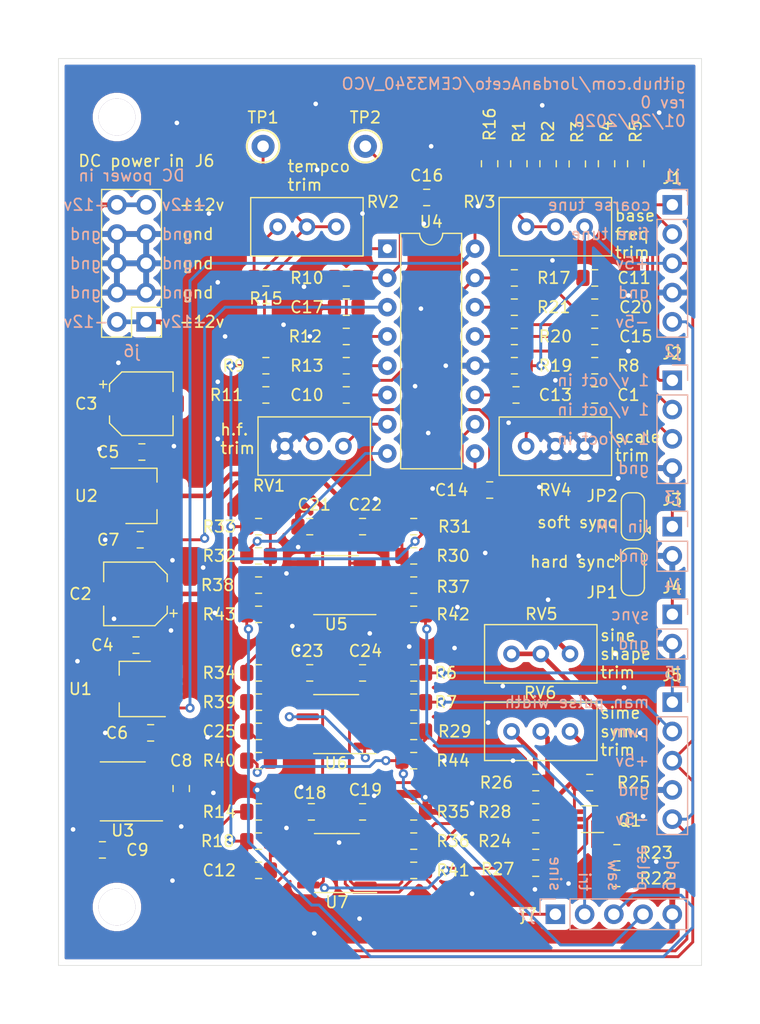
<source format=kicad_pcb>
(kicad_pcb (version 20171130) (host pcbnew 5.1.5-52549c5~84~ubuntu18.04.1)
  (layers (0 F.Cu signal) (31 B.Cu signal) (34 B.Paste user) (35 F.Paste user) (36 B.SilkS user) (37 F.SilkS user) (38 B.Mask user) (39 F.Mask user) (44 Edge.Cuts user))
  (net 0 "")
  (net 1 "Net-(C1-Pad2)")
  (net 2 "Net-(C1-Pad1)")
  (net 3 GND)
  (net 4 +15V)
  (net 5 -15V)
  (net 6 +10V)
  (net 7 -5V)
  (net 8 +5VA)
  (net 9 hard_sync_in)
  (net 10 "Net-(C10-Pad1)")
  (net 11 "Net-(C11-Pad1)")
  (net 12 "Net-(C12-Pad2)")
  (net 13 -5VA)
  (net 14 "Net-(C13-Pad2)")
  (net 15 "Net-(C14-Pad2)")
  (net 16 soft_sync_in)
  (net 17 "Net-(C15-Pad1)")
  (net 18 "Net-(C20-Pad1)")
  (net 19 "Net-(C25-Pad2)")
  (net 20 "Net-(C25-Pad1)")
  (net 21 "Net-(J1-Pad2)")
  (net 22 "Net-(J1-Pad1)")
  (net 23 "Net-(J2-Pad3)")
  (net 24 "Net-(J2-Pad1)")
  (net 25 "Net-(J4-Pad1)")
  (net 26 "Net-(J5-Pad1)")
  (net 27 buffered_pulse_out)
  (net 28 buffered_saw_out)
  (net 29 buffered_tri_out)
  (net 30 buffered_sine_out)
  (net 31 "Net-(Q1-Pad6)")
  (net 32 "Net-(Q1-Pad4)")
  (net 33 "Net-(Q1-Pad2)")
  (net 34 "Net-(Q1-Pad5)")
  (net 35 "Net-(Q1-Pad3)")
  (net 36 "Net-(Q1-Pad1)")
  (net 37 expo_fm_summing_node)
  (net 38 pwm_cv_summing_node)
  (net 39 lin_fm_summing_node)
  (net 40 "Net-(R9-Pad1)")
  (net 41 "Net-(R10-Pad1)")
  (net 42 "Net-(R11-Pad1)")
  (net 43 "Net-(R12-Pad1)")
  (net 44 "Net-(R13-Pad1)")
  (net 45 "Net-(R15-Pad2)")
  (net 46 "Net-(R15-Pad1)")
  (net 47 "Net-(R16-Pad1)")
  (net 48 "Net-(R21-Pad2)")
  (net 49 "Net-(R22-Pad2)")
  (net 50 "Net-(R26-Pad1)")
  (net 51 "Net-(R29-Pad1)")
  (net 52 raw_triangle)
  (net 53 "Net-(R30-Pad1)")
  (net 54 raw_saw)
  (net 55 "Net-(R32-Pad1)")
  (net 56 10_vpp_saw)
  (net 57 "Net-(R36-Pad1)")
  (net 58 10_vpp_tri)
  (net 59 "Net-(U3-Pad8)")
  (net 60 "Net-(U3-Pad7)")
  (net 61 "Net-(U3-Pad5)")
  (net 62 "Net-(U3-Pad3)")
  (net 63 "Net-(U3-Pad1)")
  (net 64 "Net-(J5-Pad2)")
  (net 65 "Net-(J2-Pad2)")
  (net 66 "Net-(RV1-Pad3)")
  (module MountingHole:MountingHole_3.2mm_M3 (layer F.Cu) (at 81.28 124.46)
    (fp_text reference "hole 2" hide)
    (fp_text value MountingHole_3.2mm_M3)
    (pad 1 thru_hole circle (at 0 0) (size 3.2 3.2) (drill 3.2) (layers *.Cu *.Mask))
  )
  (module MountingHole:MountingHole_3.2mm_M3 (layer F.Cu) (at 81.28 55.88)
    (fp_text reference "hole 1" hide)
    (fp_text value MountingHole_3.2mm_M3)
    (pad 1 thru_hole circle (at 0 0) (size 3.2 3.2) (drill 3.2) (layers *.Cu *.Mask))
  )
  (module Potentiometer_THT:Potentiometer_Bourns_3296W_Vertical (layer F.Cu) (at 95.885 84.455 180)
    (fp_text reference RV1 (at 1.397 -3.429) (layer F.SilkS))
    (fp_text value 20k)
    (pad 3 thru_hole circle (at -5.08 0 180) (size 1.44 1.44) (drill 0.8) (layers *.Cu *.Mask) (net 66 "Net-(RV1-Pad3)"))
    (pad 2 thru_hole circle (at -2.54 0 180) (size 1.44 1.44) (drill 0.8) (layers *.Cu *.Mask) (net 42 "Net-(R11-Pad1)"))
    (pad 1 thru_hole circle (at 0 0 180) (size 1.44 1.44) (drill 0.8) (layers *.Cu *.Mask) (net 3 GND))
  )
  (module Resistor_SMD:R_0805_2012Metric_Pad1.15x1.40mm_HandSolder (layer F.Cu) (at 117.6745 121.0945)
    (fp_text reference R27 (at -3.311 0.0635) (layer F.SilkS))
    (fp_text value 10k)
    (pad 2 smd roundrect (at 1.025 0) (size 1.15 1.4) (layers F.Cu F.Paste F.Mask) (roundrect_rratio 0.217391) (net 35 "Net-(Q1-Pad3)"))
    (pad 1 smd roundrect (at -1.025 0) (size 1.15 1.4) (layers F.Cu F.Paste F.Mask) (roundrect_rratio 0.217391) (net 4 +15V))
  )
  (module Resistor_SMD:R_0805_2012Metric_Pad1.15x1.40mm_HandSolder (layer F.Cu) (at 124.723 119.761 180)
    (fp_text reference R23 (at -3.42 0) (layer F.SilkS))
    (fp_text value 2k2)
    (pad 2 smd roundrect (at 1.025 0 180) (size 1.15 1.4) (layers F.Cu F.Paste F.Mask) (roundrect_rratio 0.217391) (net 33 "Net-(Q1-Pad2)"))
    (pad 1 smd roundrect (at -1.025 0 180) (size 1.15 1.4) (layers F.Cu F.Paste F.Mask) (roundrect_rratio 0.217391) (net 3 GND))
  )
  (module Resistor_SMD:R_0805_2012Metric_Pad1.15x1.40mm_HandSolder (layer F.Cu) (at 124.723 121.9835)
    (fp_text reference R22 (at 3.42 0) (layer F.SilkS))
    (fp_text value 27k)
    (pad 2 smd roundrect (at 1.025 0) (size 1.15 1.4) (layers F.Cu F.Paste F.Mask) (roundrect_rratio 0.217391) (net 49 "Net-(R22-Pad2)"))
    (pad 1 smd roundrect (at -1.025 0) (size 1.15 1.4) (layers F.Cu F.Paste F.Mask) (roundrect_rratio 0.217391) (net 33 "Net-(Q1-Pad2)"))
  )
  (module Potentiometer_THT:Potentiometer_Bourns_3296W_Vertical (layer F.Cu) (at 115.57 109.22 180)
    (fp_text reference RV6 (at -2.4892 3.3528) (layer F.SilkS))
    (fp_text value 50k)
    (pad 3 thru_hole circle (at -5.08 0 180) (size 1.44 1.44) (drill 0.8) (layers *.Cu *.Mask) (net 36 "Net-(Q1-Pad1)"))
    (pad 2 thru_hole circle (at -2.54 0 180) (size 1.44 1.44) (drill 0.8) (layers *.Cu *.Mask) (net 50 "Net-(R26-Pad1)"))
    (pad 1 thru_hole circle (at 0 0 180) (size 1.44 1.44) (drill 0.8) (layers *.Cu *.Mask) (net 32 "Net-(Q1-Pad4)"))
  )
  (module Package_DIP:DIP-16_W7.62mm (layer F.Cu) (at 104.775 67.31)
    (fp_text reference U4 (at 3.81 -2.33) (layer F.SilkS))
    (fp_text value CEM3340)
    (pad 16 thru_hole oval (at 7.62 0) (size 1.6 1.6) (drill 0.8) (layers *.Cu *.Mask) (net 6 +10V))
    (pad 8 thru_hole oval (at 0 17.78) (size 1.6 1.6) (drill 0.8) (layers *.Cu *.Mask) (net 54 raw_saw))
    (pad 15 thru_hole oval (at 7.62 2.54) (size 1.6 1.6) (drill 0.8) (layers *.Cu *.Mask) (net 37 expo_fm_summing_node))
    (pad 7 thru_hole oval (at 0 15.24) (size 1.6 1.6) (drill 0.8) (layers *.Cu *.Mask) (net 66 "Net-(RV1-Pad3)"))
    (pad 14 thru_hole oval (at 7.62 5.08) (size 1.6 1.6) (drill 0.8) (layers *.Cu *.Mask) (net 18 "Net-(C20-Pad1)"))
    (pad 6 thru_hole oval (at 0 12.7) (size 1.6 1.6) (drill 0.8) (layers *.Cu *.Mask) (net 10 "Net-(C10-Pad1)"))
    (pad 13 thru_hole oval (at 7.62 7.62) (size 1.6 1.6) (drill 0.8) (layers *.Cu *.Mask) (net 39 lin_fm_summing_node))
    (pad 5 thru_hole oval (at 0 10.16) (size 1.6 1.6) (drill 0.8) (layers *.Cu *.Mask) (net 44 "Net-(R13-Pad1)"))
    (pad 12 thru_hole oval (at 7.62 10.16) (size 1.6 1.6) (drill 0.8) (layers *.Cu *.Mask) (net 3 GND))
    (pad 4 thru_hole oval (at 0 7.62) (size 1.6 1.6) (drill 0.8) (layers *.Cu *.Mask) (net 43 "Net-(R12-Pad1)"))
    (pad 11 thru_hole oval (at 7.62 12.7) (size 1.6 1.6) (drill 0.8) (layers *.Cu *.Mask) (net 14 "Net-(C13-Pad2)"))
    (pad 3 thru_hole oval (at 0 5.08) (size 1.6 1.6) (drill 0.8) (layers *.Cu *.Mask) (net 7 -5V))
    (pad 10 thru_hole oval (at 7.62 15.24) (size 1.6 1.6) (drill 0.8) (layers *.Cu *.Mask) (net 52 raw_triangle))
    (pad 2 thru_hole oval (at 0 2.54) (size 1.6 1.6) (drill 0.8) (layers *.Cu *.Mask) (net 41 "Net-(R10-Pad1)"))
    (pad 9 thru_hole oval (at 7.62 17.78) (size 1.6 1.6) (drill 0.8) (layers *.Cu *.Mask) (net 15 "Net-(C14-Pad2)"))
    (pad 1 thru_hole rect (at 0 0) (size 1.6 1.6) (drill 0.8) (layers *.Cu *.Mask) (net 46 "Net-(R15-Pad1)"))
  )
  (module Package_SO:SOIC-8_3.9x4.9mm_P1.27mm (layer F.Cu) (at 81.788 114.427 180)
    (fp_text reference U3 (at 0 -3.4) (layer F.SilkS))
    (fp_text value REF02AU)
    (pad 8 smd roundrect (at 2.475 -1.905 180) (size 1.95 0.6) (layers F.Cu F.Paste F.Mask) (net 59 "Net-(U3-Pad8)"))
    (pad 7 smd roundrect (at 2.475 -0.635 180) (size 1.95 0.6) (layers F.Cu F.Paste F.Mask) (net 60 "Net-(U3-Pad7)"))
    (pad 6 smd roundrect (at 2.475 0.635 180) (size 1.95 0.6) (layers F.Cu F.Paste F.Mask) (net 8 +5VA))
    (pad 5 smd roundrect (at 2.475 1.905 180) (size 1.95 0.6) (layers F.Cu F.Paste F.Mask) (net 61 "Net-(U3-Pad5)"))
    (pad 4 smd roundrect (at -2.475 1.905 180) (size 1.95 0.6) (layers F.Cu F.Paste F.Mask) (net 3 GND))
    (pad 3 smd roundrect (at -2.475 0.635 180) (size 1.95 0.6) (layers F.Cu F.Paste F.Mask) (net 62 "Net-(U3-Pad3)"))
    (pad 2 smd roundrect (at -2.475 -0.635 180) (size 1.95 0.6) (layers F.Cu F.Paste F.Mask) (net 6 +10V))
    (pad 1 smd roundrect (at -2.475 -1.905 180) (size 1.95 0.6) (layers F.Cu F.Paste F.Mask) (net 63 "Net-(U3-Pad1)"))
  )
  (module Package_TO_SOT_SMD:SOT-89-3_Handsoldering (layer F.Cu) (at 82.983 88.773)
    (fp_text reference U2 (at -4.37 0) (layer F.SilkS))
    (fp_text value MC7905)
    (pad 2 smd trapezoid (at -0.37 0 90) (size 1.5 0.75) (rect_delta 0 0.5) (layers F.Cu F.Paste F.Mask) (net 5 -15V))
    (pad 2 smd rect (at 1.98 0 270) (size 2 4) (layers F.Cu F.Paste F.Mask) (net 5 -15V))
    (pad 3 smd rect (at -1.98 1.5 270) (size 1 2.5) (layers F.Cu F.Paste F.Mask) (net 7 -5V))
    (pad 2 smd rect (at -1.98 0 270) (size 1 2.5) (layers F.Cu F.Paste F.Mask) (net 5 -15V))
    (pad 1 smd rect (at -1.98 -1.5 270) (size 1 2.5) (layers F.Cu F.Paste F.Mask) (net 3 GND))
  )
  (module Package_TO_SOT_SMD:SOT-89-3_Handsoldering (layer F.Cu) (at 83.26 105.537 180)
    (fp_text reference U1 (at 5.155 0) (layer F.SilkS))
    (fp_text value L78L10_SOT89)
    (pad 2 smd trapezoid (at -0.37 0 270) (size 1.5 0.75) (rect_delta 0 0.5) (layers F.Cu F.Paste F.Mask) (net 3 GND))
    (pad 2 smd rect (at 1.98 0 90) (size 2 4) (layers F.Cu F.Paste F.Mask) (net 3 GND))
    (pad 3 smd rect (at -1.98 1.5 90) (size 1 2.5) (layers F.Cu F.Paste F.Mask) (net 4 +15V))
    (pad 2 smd rect (at -1.98 0 90) (size 1 2.5) (layers F.Cu F.Paste F.Mask) (net 3 GND))
    (pad 1 smd rect (at -1.98 -1.5 90) (size 1 2.5) (layers F.Cu F.Paste F.Mask) (net 6 +10V))
  )
  (module TestPoint:TestPoint_Keystone_5000-5004_Miniature (layer F.Cu) (at 102.87 58.42)
    (fp_text reference TP2 (at 0 -2.5) (layer F.SilkS))
    (fp_text value TestPoint)
    (pad 1 thru_hole circle (at 0 0) (size 2 2) (drill 1) (layers *.Cu *.Mask) (net 41 "Net-(R10-Pad1)"))
  )
  (module TestPoint:TestPoint_Keystone_5000-5004_Miniature (layer F.Cu) (at 93.98 58.42)
    (fp_text reference TP1 (at 0 -2.5) (layer F.SilkS))
    (fp_text value TestPoint)
    (pad 1 thru_hole circle (at 0 0) (size 2 2) (drill 1) (layers *.Cu *.Mask) (net 40 "Net-(R9-Pad1)"))
  )
  (module Potentiometer_THT:Potentiometer_Bourns_3296W_Vertical (layer F.Cu) (at 115.57 102.489 180)
    (fp_text reference RV5 (at -2.5908 3.4544) (layer F.SilkS))
    (fp_text value 50k)
    (pad 3 thru_hole circle (at -5.08 0 180) (size 1.44 1.44) (drill 0.8) (layers *.Cu *.Mask) (net 58 10_vpp_tri))
    (pad 2 thru_hole circle (at -2.54 0 180) (size 1.44 1.44) (drill 0.8) (layers *.Cu *.Mask) (net 49 "Net-(R22-Pad2)"))
    (pad 1 thru_hole circle (at 0 0 180) (size 1.44 1.44) (drill 0.8) (layers *.Cu *.Mask) (net 49 "Net-(R22-Pad2)"))
  )
  (module Potentiometer_THT:Potentiometer_Bourns_3296W_Vertical (layer F.Cu) (at 121.92 84.455)
    (fp_text reference RV4 (at -2.54 3.81) (layer F.SilkS))
    (fp_text value 500)
    (pad 3 thru_hole circle (at -5.08 0) (size 1.44 1.44) (drill 0.8) (layers *.Cu *.Mask) (net 48 "Net-(R21-Pad2)"))
    (pad 2 thru_hole circle (at -2.54 0) (size 1.44 1.44) (drill 0.8) (layers *.Cu *.Mask) (net 3 GND))
    (pad 1 thru_hole circle (at 0 0) (size 1.44 1.44) (drill 0.8) (layers *.Cu *.Mask) (net 3 GND))
  )
  (module Potentiometer_THT:Potentiometer_Bourns_3296W_Vertical (layer F.Cu) (at 116.84 65.405 180)
    (fp_text reference RV3 (at 4.064 2.159) (layer F.SilkS))
    (fp_text value 50k)
    (pad 3 thru_hole circle (at -5.08 0 180) (size 1.44 1.44) (drill 0.8) (layers *.Cu *.Mask) (net 8 +5VA))
    (pad 2 thru_hole circle (at -2.54 0 180) (size 1.44 1.44) (drill 0.8) (layers *.Cu *.Mask) (net 47 "Net-(R16-Pad1)"))
    (pad 1 thru_hole circle (at 0 0 180) (size 1.44 1.44) (drill 0.8) (layers *.Cu *.Mask) (net 47 "Net-(R16-Pad1)"))
  )
  (module Potentiometer_THT:Potentiometer_Bourns_3296W_Vertical (layer F.Cu) (at 100.33 65.405)
    (fp_text reference RV2 (at 4.064 -2.159) (layer F.SilkS))
    (fp_text value 5k)
    (pad 3 thru_hole circle (at -5.08 0) (size 1.44 1.44) (drill 0.8) (layers *.Cu *.Mask) (net 45 "Net-(R15-Pad2)"))
    (pad 2 thru_hole circle (at -2.54 0) (size 1.44 1.44) (drill 0.8) (layers *.Cu *.Mask) (net 40 "Net-(R9-Pad1)"))
    (pad 1 thru_hole circle (at 0 0) (size 1.44 1.44) (drill 0.8) (layers *.Cu *.Mask) (net 40 "Net-(R9-Pad1)"))
  )
  (module Resistor_SMD:R_0805_2012Metric_Pad1.15x1.40mm_HandSolder (layer F.Cu) (at 107.07 111.76)
    (fp_text reference R44 (at 3.42 0) (layer F.SilkS))
    (fp_text value R)
    (pad 2 smd roundrect (at 1.025 0) (size 1.15 1.4) (layers F.Cu F.Paste F.Mask) (roundrect_rratio 0.217391) (net 3 GND))
    (pad 1 smd roundrect (at -1.025 0) (size 1.15 1.4) (layers F.Cu F.Paste F.Mask) (roundrect_rratio 0.217391) (net 27 buffered_pulse_out))
  )
  (module Resistor_SMD:R_0805_2012Metric_Pad1.15x1.40mm_HandSolder (layer F.Cu) (at 93.59 99.06)
    (fp_text reference R43 (at -3.42 0) (layer F.SilkS))
    (fp_text value 1k)
    (pad 2 smd roundrect (at 1.025 0) (size 1.15 1.4) (layers F.Cu F.Paste F.Mask) (roundrect_rratio 0.217391) (net 56 10_vpp_saw))
    (pad 1 smd roundrect (at -1.025 0) (size 1.15 1.4) (layers F.Cu F.Paste F.Mask) (roundrect_rratio 0.217391) (net 28 buffered_saw_out))
  )
  (module Resistor_SMD:R_0805_2012Metric_Pad1.15x1.40mm_HandSolder (layer F.Cu) (at 107.07 99.06 180)
    (fp_text reference R42 (at -3.42 0) (layer F.SilkS))
    (fp_text value 1k)
    (pad 2 smd roundrect (at 1.025 0 180) (size 1.15 1.4) (layers F.Cu F.Paste F.Mask) (roundrect_rratio 0.217391) (net 58 10_vpp_tri))
    (pad 1 smd roundrect (at -1.025 0 180) (size 1.15 1.4) (layers F.Cu F.Paste F.Mask) (roundrect_rratio 0.217391) (net 29 buffered_tri_out))
  )
  (module Resistor_SMD:R_0805_2012Metric_Pad1.15x1.40mm_HandSolder (layer F.Cu) (at 107.07 121.285 180)
    (fp_text reference R41 (at -3.42 0) (layer F.SilkS))
    (fp_text value 1k)
    (pad 2 smd roundrect (at 1.025 0 180) (size 1.15 1.4) (layers F.Cu F.Paste F.Mask) (roundrect_rratio 0.217391) (net 57 "Net-(R36-Pad1)"))
    (pad 1 smd roundrect (at -1.025 0 180) (size 1.15 1.4) (layers F.Cu F.Paste F.Mask) (roundrect_rratio 0.217391) (net 30 buffered_sine_out))
  )
  (module Resistor_SMD:R_0805_2012Metric_Pad1.15x1.40mm_HandSolder (layer F.Cu) (at 93.59 111.76)
    (fp_text reference R40 (at -3.42 0) (layer F.SilkS))
    (fp_text value R)
    (pad 2 smd roundrect (at 1.025 0) (size 1.15 1.4) (layers F.Cu F.Paste F.Mask) (roundrect_rratio 0.217391) (net 20 "Net-(C25-Pad1)"))
    (pad 1 smd roundrect (at -1.025 0) (size 1.15 1.4) (layers F.Cu F.Paste F.Mask) (roundrect_rratio 0.217391) (net 27 buffered_pulse_out))
  )
  (module Resistor_SMD:R_0805_2012Metric_Pad1.15x1.40mm_HandSolder (layer F.Cu) (at 93.59 106.68)
    (fp_text reference R39 (at -3.42 0) (layer F.SilkS))
    (fp_text value 10M)
    (pad 2 smd roundrect (at 1.025 0) (size 1.15 1.4) (layers F.Cu F.Paste F.Mask) (roundrect_rratio 0.217391) (net 19 "Net-(C25-Pad2)"))
    (pad 1 smd roundrect (at -1.025 0) (size 1.15 1.4) (layers F.Cu F.Paste F.Mask) (roundrect_rratio 0.217391) (net 20 "Net-(C25-Pad1)"))
  )
  (module Resistor_SMD:R_0805_2012Metric_Pad1.15x1.40mm_HandSolder (layer F.Cu) (at 93.59 96.52)
    (fp_text reference R38 (at -3.565 0) (layer F.SilkS))
    (fp_text value 100k)
    (pad 2 smd roundrect (at 1.025 0) (size 1.15 1.4) (layers F.Cu F.Paste F.Mask) (roundrect_rratio 0.217391) (net 55 "Net-(R32-Pad1)"))
    (pad 1 smd roundrect (at -1.025 0) (size 1.15 1.4) (layers F.Cu F.Paste F.Mask) (roundrect_rratio 0.217391) (net 56 10_vpp_saw))
  )
  (module Resistor_SMD:R_0805_2012Metric_Pad1.15x1.40mm_HandSolder (layer F.Cu) (at 107.07 96.52 180)
    (fp_text reference R37 (at -3.42 -0.145) (layer F.SilkS))
    (fp_text value 100k)
    (pad 2 smd roundrect (at 1.025 0 180) (size 1.15 1.4) (layers F.Cu F.Paste F.Mask) (roundrect_rratio 0.217391) (net 53 "Net-(R30-Pad1)"))
    (pad 1 smd roundrect (at -1.025 0 180) (size 1.15 1.4) (layers F.Cu F.Paste F.Mask) (roundrect_rratio 0.217391) (net 58 10_vpp_tri))
  )
  (module Resistor_SMD:R_0805_2012Metric_Pad1.15x1.40mm_HandSolder (layer F.Cu) (at 107.07 118.745)
    (fp_text reference R36 (at 3.42 0) (layer F.SilkS))
    (fp_text value 11k)
    (pad 2 smd roundrect (at 1.025 0) (size 1.15 1.4) (layers F.Cu F.Paste F.Mask) (roundrect_rratio 0.217391) (net 31 "Net-(Q1-Pad6)"))
    (pad 1 smd roundrect (at -1.025 0) (size 1.15 1.4) (layers F.Cu F.Paste F.Mask) (roundrect_rratio 0.217391) (net 57 "Net-(R36-Pad1)"))
  )
  (module Resistor_SMD:R_0805_2012Metric_Pad1.15x1.40mm_HandSolder (layer F.Cu) (at 107.07 116.205 180)
    (fp_text reference R35 (at -3.42 0) (layer F.SilkS))
    (fp_text value 11k)
    (pad 2 smd roundrect (at 1.025 0 180) (size 1.15 1.4) (layers F.Cu F.Paste F.Mask) (roundrect_rratio 0.217391) (net 35 "Net-(Q1-Pad3)"))
    (pad 1 smd roundrect (at -1.025 0 180) (size 1.15 1.4) (layers F.Cu F.Paste F.Mask) (roundrect_rratio 0.217391) (net 3 GND))
  )
  (module Resistor_SMD:R_0805_2012Metric_Pad1.15x1.40mm_HandSolder (layer F.Cu) (at 93.59 104.14 180)
    (fp_text reference R34 (at 3.42 0) (layer F.SilkS))
    (fp_text value 10k)
    (pad 2 smd roundrect (at 1.025 0 180) (size 1.15 1.4) (layers F.Cu F.Paste F.Mask) (roundrect_rratio 0.217391) (net 56 10_vpp_saw))
    (pad 1 smd roundrect (at -1.025 0 180) (size 1.15 1.4) (layers F.Cu F.Paste F.Mask) (roundrect_rratio 0.217391) (net 19 "Net-(C25-Pad2)"))
  )
  (module Resistor_SMD:R_0805_2012Metric_Pad1.15x1.40mm_HandSolder (layer F.Cu) (at 93.59 91.44 180)
    (fp_text reference R33 (at 3.42 0) (layer F.SilkS))
    (fp_text value 100k)
    (pad 2 smd roundrect (at 1.025 0 180) (size 1.15 1.4) (layers F.Cu F.Paste F.Mask) (roundrect_rratio 0.217391) (net 13 -5VA))
    (pad 1 smd roundrect (at -1.025 0 180) (size 1.15 1.4) (layers F.Cu F.Paste F.Mask) (roundrect_rratio 0.217391) (net 55 "Net-(R32-Pad1)"))
  )
  (module Resistor_SMD:R_0805_2012Metric_Pad1.15x1.40mm_HandSolder (layer F.Cu) (at 93.59 93.98 180)
    (fp_text reference R32 (at 3.42 0) (layer F.SilkS))
    (fp_text value 82k)
    (pad 2 smd roundrect (at 1.025 0 180) (size 1.15 1.4) (layers F.Cu F.Paste F.Mask) (roundrect_rratio 0.217391) (net 54 raw_saw))
    (pad 1 smd roundrect (at -1.025 0 180) (size 1.15 1.4) (layers F.Cu F.Paste F.Mask) (roundrect_rratio 0.217391) (net 55 "Net-(R32-Pad1)"))
  )
  (module Resistor_SMD:R_0805_2012Metric_Pad1.15x1.40mm_HandSolder (layer F.Cu) (at 107.07 91.44)
    (fp_text reference R31 (at 3.565 0) (layer F.SilkS))
    (fp_text value 100k)
    (pad 2 smd roundrect (at 1.025 0) (size 1.15 1.4) (layers F.Cu F.Paste F.Mask) (roundrect_rratio 0.217391) (net 13 -5VA))
    (pad 1 smd roundrect (at -1.025 0) (size 1.15 1.4) (layers F.Cu F.Paste F.Mask) (roundrect_rratio 0.217391) (net 53 "Net-(R30-Pad1)"))
  )
  (module Resistor_SMD:R_0805_2012Metric_Pad1.15x1.40mm_HandSolder (layer F.Cu) (at 107.07 93.98)
    (fp_text reference R30 (at 3.42 0) (layer F.SilkS))
    (fp_text value 39k)
    (pad 2 smd roundrect (at 1.025 0) (size 1.15 1.4) (layers F.Cu F.Paste F.Mask) (roundrect_rratio 0.217391) (net 52 raw_triangle))
    (pad 1 smd roundrect (at -1.025 0) (size 1.15 1.4) (layers F.Cu F.Paste F.Mask) (roundrect_rratio 0.217391) (net 53 "Net-(R30-Pad1)"))
  )
  (module Resistor_SMD:R_0805_2012Metric_Pad1.15x1.40mm_HandSolder (layer F.Cu) (at 107.07 109.22 180)
    (fp_text reference R29 (at -3.565 0) (layer F.SilkS))
    (fp_text value 100k)
    (pad 2 smd roundrect (at 1.025 0 180) (size 1.15 1.4) (layers F.Cu F.Paste F.Mask) (roundrect_rratio 0.217391) (net 38 pwm_cv_summing_node))
    (pad 1 smd roundrect (at -1.025 0 180) (size 1.15 1.4) (layers F.Cu F.Paste F.Mask) (roundrect_rratio 0.217391) (net 51 "Net-(R29-Pad1)"))
  )
  (module Resistor_SMD:R_0805_2012Metric_Pad1.15x1.40mm_HandSolder (layer F.Cu) (at 117.6745 116.205)
    (fp_text reference R28 (at -3.565 0) (layer F.SilkS))
    (fp_text value 2k2)
    (pad 2 smd roundrect (at 1.025 0) (size 1.15 1.4) (layers F.Cu F.Paste F.Mask) (roundrect_rratio 0.217391) (net 34 "Net-(Q1-Pad5)"))
    (pad 1 smd roundrect (at -1.025 0) (size 1.15 1.4) (layers F.Cu F.Paste F.Mask) (roundrect_rratio 0.217391) (net 3 GND))
  )
  (module Resistor_SMD:R_0805_2012Metric_Pad1.15x1.40mm_HandSolder (layer F.Cu) (at 117.6745 113.665 180)
    (fp_text reference R26 (at 3.42 0) (layer F.SilkS))
    (fp_text value 18k)
    (pad 2 smd roundrect (at 1.025 0 180) (size 1.15 1.4) (layers F.Cu F.Paste F.Mask) (roundrect_rratio 0.217391) (net 5 -15V))
    (pad 1 smd roundrect (at -1.025 0 180) (size 1.15 1.4) (layers F.Cu F.Paste F.Mask) (roundrect_rratio 0.217391) (net 50 "Net-(R26-Pad1)"))
  )
  (module Resistor_SMD:R_0805_2012Metric_Pad1.15x1.40mm_HandSolder (layer F.Cu) (at 122.3645 113.665 180)
    (fp_text reference R25 (at -3.81 0) (layer F.SilkS))
    (fp_text value 390)
    (pad 2 smd roundrect (at 1.025 0 180) (size 1.15 1.4) (layers F.Cu F.Paste F.Mask) (roundrect_rratio 0.217391) (net 32 "Net-(Q1-Pad4)"))
    (pad 1 smd roundrect (at -1.025 0 180) (size 1.15 1.4) (layers F.Cu F.Paste F.Mask) (roundrect_rratio 0.217391) (net 36 "Net-(Q1-Pad1)"))
  )
  (module Resistor_SMD:R_0805_2012Metric_Pad1.15x1.40mm_HandSolder (layer F.Cu) (at 117.6745 118.745)
    (fp_text reference R24 (at -3.565 0) (layer F.SilkS))
    (fp_text value 10k)
    (pad 2 smd roundrect (at 1.025 0) (size 1.15 1.4) (layers F.Cu F.Paste F.Mask) (roundrect_rratio 0.217391) (net 31 "Net-(Q1-Pad6)"))
    (pad 1 smd roundrect (at -1.025 0) (size 1.15 1.4) (layers F.Cu F.Paste F.Mask) (roundrect_rratio 0.217391) (net 4 +15V))
  )
  (module Resistor_SMD:R_0805_2012Metric_Pad1.15x1.40mm_HandSolder (layer F.Cu) (at 115.815 72.39)
    (fp_text reference R21 (at 3.42 0) (layer F.SilkS))
    (fp_text value 1k62)
    (pad 2 smd roundrect (at 1.025 0) (size 1.15 1.4) (layers F.Cu F.Paste F.Mask) (roundrect_rratio 0.217391) (net 48 "Net-(R21-Pad2)"))
    (pad 1 smd roundrect (at -1.025 0) (size 1.15 1.4) (layers F.Cu F.Paste F.Mask) (roundrect_rratio 0.217391) (net 18 "Net-(C20-Pad1)"))
  )
  (module Resistor_SMD:R_0805_2012Metric_Pad1.15x1.40mm_HandSolder (layer F.Cu) (at 115.815 74.93 180)
    (fp_text reference R20 (at -3.565 0) (layer F.SilkS))
    (fp_text value 470)
    (pad 2 smd roundrect (at 1.025 0 180) (size 1.15 1.4) (layers F.Cu F.Paste F.Mask) (roundrect_rratio 0.217391) (net 39 lin_fm_summing_node))
    (pad 1 smd roundrect (at -1.025 0 180) (size 1.15 1.4) (layers F.Cu F.Paste F.Mask) (roundrect_rratio 0.217391) (net 17 "Net-(C15-Pad1)"))
  )
  (module Resistor_SMD:R_0805_2012Metric_Pad1.15x1.40mm_HandSolder (layer F.Cu) (at 115.815 77.47 180)
    (fp_text reference R19 (at -3.565 0) (layer F.SilkS))
    (fp_text value 680k)
    (pad 2 smd roundrect (at 1.025 0 180) (size 1.15 1.4) (layers F.Cu F.Paste F.Mask) (roundrect_rratio 0.217391) (net 39 lin_fm_summing_node))
    (pad 1 smd roundrect (at -1.025 0 180) (size 1.15 1.4) (layers F.Cu F.Paste F.Mask) (roundrect_rratio 0.217391) (net 8 +5VA))
  )
  (module Resistor_SMD:R_0805_2012Metric_Pad1.15x1.40mm_HandSolder (layer F.Cu) (at 93.59 118.745)
    (fp_text reference R18 (at -3.565 0) (layer F.SilkS))
    (fp_text value 10k)
    (pad 2 smd roundrect (at 1.025 0) (size 1.15 1.4) (layers F.Cu F.Paste F.Mask) (roundrect_rratio 0.217391) (net 12 "Net-(C12-Pad2)"))
    (pad 1 smd roundrect (at -1.025 0) (size 1.15 1.4) (layers F.Cu F.Paste F.Mask) (roundrect_rratio 0.217391) (net 13 -5VA))
  )
  (module Resistor_SMD:R_0805_2012Metric_Pad1.15x1.40mm_HandSolder (layer F.Cu) (at 115.815 69.85 180)
    (fp_text reference R17 (at -3.42 0) (layer F.SilkS))
    (fp_text value 470)
    (pad 2 smd roundrect (at 1.025 0 180) (size 1.15 1.4) (layers F.Cu F.Paste F.Mask) (roundrect_rratio 0.217391) (net 37 expo_fm_summing_node))
    (pad 1 smd roundrect (at -1.025 0 180) (size 1.15 1.4) (layers F.Cu F.Paste F.Mask) (roundrect_rratio 0.217391) (net 11 "Net-(C11-Pad1)"))
  )
  (module Resistor_SMD:R_0805_2012Metric_Pad1.15x1.40mm_HandSolder (layer F.Cu) (at 113.665 59.935 90)
    (fp_text reference R16 (at 3.42 0 90) (layer F.SilkS))
    (fp_text value 82k)
    (pad 2 smd roundrect (at 1.025 0 90) (size 1.15 1.4) (layers F.Cu F.Paste F.Mask) (roundrect_rratio 0.217391) (net 37 expo_fm_summing_node))
    (pad 1 smd roundrect (at -1.025 0 90) (size 1.15 1.4) (layers F.Cu F.Paste F.Mask) (roundrect_rratio 0.217391) (net 47 "Net-(R16-Pad1)"))
  )
  (module Resistor_SMD:R_0805_2012Metric_Pad1.15x1.40mm_HandSolder (layer F.Cu) (at 94.225 69.85 180)
    (fp_text reference R15 (at -0.009 -1.778) (layer F.SilkS))
    (fp_text value 18k)
    (pad 2 smd roundrect (at 1.025 0 180) (size 1.15 1.4) (layers F.Cu F.Paste F.Mask) (roundrect_rratio 0.217391) (net 45 "Net-(R15-Pad2)"))
    (pad 1 smd roundrect (at -1.025 0 180) (size 1.15 1.4) (layers F.Cu F.Paste F.Mask) (roundrect_rratio 0.217391) (net 46 "Net-(R15-Pad1)"))
  )
  (module Resistor_SMD:R_0805_2012Metric_Pad1.15x1.40mm_HandSolder (layer F.Cu) (at 93.59 116.205 180)
    (fp_text reference R14 (at 3.42 0) (layer F.SilkS))
    (fp_text value 10k)
    (pad 2 smd roundrect (at 1.025 0 180) (size 1.15 1.4) (layers F.Cu F.Paste F.Mask) (roundrect_rratio 0.217391) (net 8 +5VA))
    (pad 1 smd roundrect (at -1.025 0 180) (size 1.15 1.4) (layers F.Cu F.Paste F.Mask) (roundrect_rratio 0.217391) (net 12 "Net-(C12-Pad2)"))
  )
  (module Resistor_SMD:R_0805_2012Metric_Pad1.15x1.40mm_HandSolder (layer F.Cu) (at 101.21 77.47 180)
    (fp_text reference R13 (at 3.42 0) (layer F.SilkS))
    (fp_text value 51k)
    (pad 2 smd roundrect (at 1.025 0 180) (size 1.15 1.4) (layers F.Cu F.Paste F.Mask) (roundrect_rratio 0.217391) (net 13 -5VA))
    (pad 1 smd roundrect (at -1.025 0 180) (size 1.15 1.4) (layers F.Cu F.Paste F.Mask) (roundrect_rratio 0.217391) (net 44 "Net-(R13-Pad1)"))
  )
  (module Resistor_SMD:R_0805_2012Metric_Pad1.15x1.40mm_HandSolder (layer F.Cu) (at 101.21 74.93 180)
    (fp_text reference R12 (at 3.565 0) (layer F.SilkS))
    (fp_text value 51k)
    (pad 2 smd roundrect (at 1.025 0 180) (size 1.15 1.4) (layers F.Cu F.Paste F.Mask) (roundrect_rratio 0.217391) (net 3 GND))
    (pad 1 smd roundrect (at -1.025 0 180) (size 1.15 1.4) (layers F.Cu F.Paste F.Mask) (roundrect_rratio 0.217391) (net 43 "Net-(R12-Pad1)"))
  )
  (module Resistor_SMD:R_0805_2012Metric_Pad1.15x1.40mm_HandSolder (layer F.Cu) (at 94.225 80.01 180)
    (fp_text reference R11 (at 3.42 0) (layer F.SilkS))
    (fp_text value 1M)
    (pad 2 smd roundrect (at 1.025 0 180) (size 1.15 1.4) (layers F.Cu F.Paste F.Mask) (roundrect_rratio 0.217391) (net 37 expo_fm_summing_node))
    (pad 1 smd roundrect (at -1.025 0 180) (size 1.15 1.4) (layers F.Cu F.Paste F.Mask) (roundrect_rratio 0.217391) (net 42 "Net-(R11-Pad1)"))
  )
  (module Resistor_SMD:R_0805_2012Metric_Pad1.15x1.40mm_HandSolder (layer F.Cu) (at 101.21 69.85 180)
    (fp_text reference R10 (at 3.42 0) (layer F.SilkS))
    (fp_text value 5k6)
    (pad 2 smd roundrect (at 1.025 0 180) (size 1.15 1.4) (layers F.Cu F.Paste F.Mask) (roundrect_rratio 0.217391) (net 13 -5VA))
    (pad 1 smd roundrect (at -1.025 0 180) (size 1.15 1.4) (layers F.Cu F.Paste F.Mask) (roundrect_rratio 0.217391) (net 41 "Net-(R10-Pad1)"))
  )
  (module Resistor_SMD:R_0805_2012Metric_Pad1.15x1.40mm_HandSolder (layer F.Cu) (at 94.225 77.47 180)
    (fp_text reference R9 (at 2.785 0) (layer F.SilkS))
    (fp_text value 5k6)
    (pad 2 smd roundrect (at 1.025 0 180) (size 1.15 1.4) (layers F.Cu F.Paste F.Mask) (roundrect_rratio 0.217391) (net 13 -5VA))
    (pad 1 smd roundrect (at -1.025 0 180) (size 1.15 1.4) (layers F.Cu F.Paste F.Mask) (roundrect_rratio 0.217391) (net 40 "Net-(R9-Pad1)"))
  )
  (module Resistor_SMD:R_0805_2012Metric_Pad1.15x1.40mm_HandSolder (layer F.Cu) (at 122.8 77.47)
    (fp_text reference R8 (at 2.93 0) (layer F.SilkS))
    (fp_text value 1M)
    (pad 2 smd roundrect (at 1.025 0) (size 1.15 1.4) (layers F.Cu F.Paste F.Mask) (roundrect_rratio 0.217391) (net 2 "Net-(C1-Pad1)"))
    (pad 1 smd roundrect (at -1.025 0) (size 1.15 1.4) (layers F.Cu F.Paste F.Mask) (roundrect_rratio 0.217391) (net 39 lin_fm_summing_node))
  )
  (module Resistor_SMD:R_0805_2012Metric_Pad1.15x1.40mm_HandSolder (layer F.Cu) (at 107.07 106.68)
    (fp_text reference R7 (at 2.785 0) (layer F.SilkS))
    (fp_text value 100k)
    (pad 2 smd roundrect (at 1.025 0) (size 1.15 1.4) (layers F.Cu F.Paste F.Mask) (roundrect_rratio 0.217391) (net 64 "Net-(J5-Pad2)"))
    (pad 1 smd roundrect (at -1.025 0) (size 1.15 1.4) (layers F.Cu F.Paste F.Mask) (roundrect_rratio 0.217391) (net 38 pwm_cv_summing_node))
  )
  (module Resistor_SMD:R_0805_2012Metric_Pad1.15x1.40mm_HandSolder (layer F.Cu) (at 107.07 104.14)
    (fp_text reference R6 (at 2.785 0) (layer F.SilkS))
    (fp_text value 270k)
    (pad 2 smd roundrect (at 1.025 0) (size 1.15 1.4) (layers F.Cu F.Paste F.Mask) (roundrect_rratio 0.217391) (net 26 "Net-(J5-Pad1)"))
    (pad 1 smd roundrect (at -1.025 0) (size 1.15 1.4) (layers F.Cu F.Paste F.Mask) (roundrect_rratio 0.217391) (net 38 pwm_cv_summing_node))
  )
  (module Resistor_SMD:R_0805_2012Metric_Pad1.15x1.40mm_HandSolder (layer F.Cu) (at 123.825 59.935 270)
    (fp_text reference R4 (at -2.785 0 90) (layer F.SilkS))
    (fp_text value ???)
    (pad 2 smd roundrect (at 1.025 0 270) (size 1.15 1.4) (layers F.Cu F.Paste F.Mask) (roundrect_rratio 0.217391) (net 21 "Net-(J1-Pad2)"))
    (pad 1 smd roundrect (at -1.025 0 270) (size 1.15 1.4) (layers F.Cu F.Paste F.Mask) (roundrect_rratio 0.217391) (net 37 expo_fm_summing_node))
  )
  (module Resistor_SMD:R_0805_2012Metric_Pad1.15x1.40mm_HandSolder (layer F.Cu) (at 126.365 59.935 270)
    (fp_text reference R5 (at -2.785 0 90) (layer F.SilkS))
    (fp_text value ???)
    (pad 2 smd roundrect (at 1.025 0 270) (size 1.15 1.4) (layers F.Cu F.Paste F.Mask) (roundrect_rratio 0.217391) (net 22 "Net-(J1-Pad1)"))
    (pad 1 smd roundrect (at -1.025 0 270) (size 1.15 1.4) (layers F.Cu F.Paste F.Mask) (roundrect_rratio 0.217391) (net 37 expo_fm_summing_node))
  )
  (module Resistor_SMD:R_0805_2012Metric_Pad1.15x1.40mm_HandSolder (layer F.Cu) (at 116.205 59.935 270)
    (fp_text reference R1 (at -2.785 0 90) (layer F.SilkS))
    (fp_text value 100k)
    (pad 2 smd roundrect (at 1.025 0 270) (size 1.15 1.4) (layers F.Cu F.Paste F.Mask) (roundrect_rratio 0.217391) (net 23 "Net-(J2-Pad3)"))
    (pad 1 smd roundrect (at -1.025 0 270) (size 1.15 1.4) (layers F.Cu F.Paste F.Mask) (roundrect_rratio 0.217391) (net 37 expo_fm_summing_node))
  )
  (module Resistor_SMD:R_0805_2012Metric_Pad1.15x1.40mm_HandSolder (layer F.Cu) (at 118.745 59.935 270)
    (fp_text reference R2 (at -2.785 0 90) (layer F.SilkS))
    (fp_text value 100k)
    (pad 2 smd roundrect (at 1.025 0 270) (size 1.15 1.4) (layers F.Cu F.Paste F.Mask) (roundrect_rratio 0.217391) (net 65 "Net-(J2-Pad2)"))
    (pad 1 smd roundrect (at -1.025 0 270) (size 1.15 1.4) (layers F.Cu F.Paste F.Mask) (roundrect_rratio 0.217391) (net 37 expo_fm_summing_node))
  )
  (module Resistor_SMD:R_0805_2012Metric_Pad1.15x1.40mm_HandSolder (layer F.Cu) (at 121.285 59.953 270)
    (fp_text reference R3 (at -2.785 0 90) (layer F.SilkS))
    (fp_text value 100k)
    (pad 2 smd roundrect (at 1.025 0 270) (size 1.15 1.4) (layers F.Cu F.Paste F.Mask) (roundrect_rratio 0.217391) (net 24 "Net-(J2-Pad1)"))
    (pad 1 smd roundrect (at -1.025 0 270) (size 1.15 1.4) (layers F.Cu F.Paste F.Mask) (roundrect_rratio 0.217391) (net 37 expo_fm_summing_node))
  )
  (module Jumper:SolderJumper-3_P1.3mm_Open_RoundedPad1.0x1.5mm (layer F.Cu) (at 126.111 90.551 90)
    (fp_text reference JP2 (at 1.778 -2.667 180) (layer F.SilkS))
    (fp_text value "sync sel 2")
    (pad 2 smd rect (at 0 0 90) (size 1 1.5) (layers F.Cu F.Mask) (net 16 soft_sync_in))
    (pad 3 smd custom (at 1.3 0 90) (size 1 0.5) (layers F.Cu F.Mask) (net 3 GND) (options (clearance outline) (anchor rect)) (primitives (gr_circle (center 0 0.25) (end 0.5 0.25) (width 0)) (gr_circle (center 0 -0.25) (end 0.5 -0.25) (width 0)) (gr_poly (pts (xy -0.55 -0.75) (xy 0 -0.75) (xy 0 0.75) (xy -0.55 0.75)) (width 0))))
    (pad 1 smd custom (at -1.3 0 90) (size 1 0.5) (layers F.Cu F.Mask) (net 25 "Net-(J4-Pad1)") (options (clearance outline) (anchor rect)) (primitives (gr_circle (center 0 0.25) (end 0.5 0.25) (width 0)) (gr_circle (center 0 -0.25) (end 0.5 -0.25) (width 0)) (gr_poly (pts (xy 0.55 -0.75) (xy 0 -0.75) (xy 0 0.75) (xy 0.55 0.75)) (width 0))))
  )
  (module Jumper:SolderJumper-3_P1.3mm_Open_RoundedPad1.0x1.5mm (layer F.Cu) (at 126.111 95.377 270)
    (fp_text reference JP1 (at 1.778 2.667 180) (layer F.SilkS))
    (fp_text value "sync sel 1")
    (pad 2 smd rect (at 0 0 270) (size 1 1.5) (layers F.Cu F.Mask) (net 9 hard_sync_in))
    (pad 3 smd custom (at 1.3 0 270) (size 1 0.5) (layers F.Cu F.Mask) (net 3 GND) (options (clearance outline) (anchor rect)) (primitives (gr_circle (center 0 0.25) (end 0.5 0.25) (width 0)) (gr_circle (center 0 -0.25) (end 0.5 -0.25) (width 0)) (gr_poly (pts (xy -0.55 -0.75) (xy 0 -0.75) (xy 0 0.75) (xy -0.55 0.75)) (width 0))))
    (pad 1 smd custom (at -1.3 0 270) (size 1 0.5) (layers F.Cu F.Mask) (net 25 "Net-(J4-Pad1)") (options (clearance outline) (anchor rect)) (primitives (gr_circle (center 0 0.25) (end 0.5 0.25) (width 0)) (gr_circle (center 0 -0.25) (end 0.5 -0.25) (width 0)) (gr_poly (pts (xy 0.55 -0.75) (xy 0 -0.75) (xy 0 0.75) (xy 0.55 0.75)) (width 0))))
  )
  (module Connector_PinHeader_2.54mm:PinHeader_1x02_P2.54mm_Vertical (layer B.Cu) (at 129.54 99.06 180)
    (fp_text reference J4 (at 0 2.33) (layer F.SilkS))
    (fp_text value "sync input")
    (pad 2 thru_hole oval (at 0 -2.54 180) (size 1.7 1.7) (drill 1) (layers *.Cu *.Mask) (net 3 GND))
    (pad 1 thru_hole rect (at 0 0 180) (size 1.7 1.7) (drill 1) (layers *.Cu *.Mask) (net 25 "Net-(J4-Pad1)"))
  )
  (module Connector_PinHeader_2.54mm:PinHeader_1x05_P2.54mm_Vertical (layer B.Cu) (at 129.54 106.68 180)
    (fp_text reference J5 (at 0 2.33) (layer F.SilkS))
    (fp_text value "PWM inputs")
    (pad 5 thru_hole oval (at 0 -10.16 180) (size 1.7 1.7) (drill 1) (layers *.Cu *.Mask) (net 13 -5VA))
    (pad 4 thru_hole oval (at 0 -7.62 180) (size 1.7 1.7) (drill 1) (layers *.Cu *.Mask) (net 3 GND))
    (pad 3 thru_hole oval (at 0 -5.08 180) (size 1.7 1.7) (drill 1) (layers *.Cu *.Mask) (net 8 +5VA))
    (pad 2 thru_hole oval (at 0 -2.54 180) (size 1.7 1.7) (drill 1) (layers *.Cu *.Mask) (net 64 "Net-(J5-Pad2)"))
    (pad 1 thru_hole rect (at 0 0 180) (size 1.7 1.7) (drill 1) (layers *.Cu *.Mask) (net 26 "Net-(J5-Pad1)"))
  )
  (module Connector_PinHeader_2.54mm:PinHeader_1x02_P2.54mm_Vertical (layer B.Cu) (at 129.54 91.44 180)
    (fp_text reference J3 (at 0 2.33) (layer F.SilkS))
    (fp_text value "linear FM input")
    (pad 2 thru_hole oval (at 0 -2.54 180) (size 1.7 1.7) (drill 1) (layers *.Cu *.Mask) (net 3 GND))
    (pad 1 thru_hole rect (at 0 0 180) (size 1.7 1.7) (drill 1) (layers *.Cu *.Mask) (net 1 "Net-(C1-Pad2)"))
  )
  (module Connector_PinHeader_2.54mm:PinHeader_1x05_P2.54mm_Vertical (layer B.Cu) (at 129.54 63.5 180)
    (fp_text reference J1 (at 0 2.33) (layer F.SilkS))
    (fp_text value "tuning controls")
    (pad 5 thru_hole oval (at 0 -10.16 180) (size 1.7 1.7) (drill 1) (layers *.Cu *.Mask) (net 13 -5VA))
    (pad 4 thru_hole oval (at 0 -7.62 180) (size 1.7 1.7) (drill 1) (layers *.Cu *.Mask) (net 3 GND))
    (pad 3 thru_hole oval (at 0 -5.08 180) (size 1.7 1.7) (drill 1) (layers *.Cu *.Mask) (net 8 +5VA))
    (pad 2 thru_hole oval (at 0 -2.54 180) (size 1.7 1.7) (drill 1) (layers *.Cu *.Mask) (net 21 "Net-(J1-Pad2)"))
    (pad 1 thru_hole rect (at 0 0 180) (size 1.7 1.7) (drill 1) (layers *.Cu *.Mask) (net 22 "Net-(J1-Pad1)"))
  )
  (module Capacitor_SMD:C_0805_2012Metric_Pad1.15x1.40mm_HandSolder (layer F.Cu) (at 93.59 109.22)
    (fp_text reference C25 (at -3.42 0) (layer F.SilkS))
    (fp_text value 10pF)
    (pad 2 smd roundrect (at 1.025 0) (size 1.15 1.4) (layers F.Cu F.Paste F.Mask) (roundrect_rratio 0.217391) (net 19 "Net-(C25-Pad2)"))
    (pad 1 smd roundrect (at -1.025 0) (size 1.15 1.4) (layers F.Cu F.Paste F.Mask) (roundrect_rratio 0.217391) (net 20 "Net-(C25-Pad1)"))
  )
  (module Capacitor_SMD:C_0805_2012Metric_Pad1.15x1.40mm_HandSolder (layer F.Cu) (at 102.625 104.14 180)
    (fp_text reference C24 (at -0.245 1.905) (layer F.SilkS))
    (fp_text value 100nF)
    (pad 2 smd roundrect (at 1.025 0 180) (size 1.15 1.4) (layers F.Cu F.Paste F.Mask) (roundrect_rratio 0.217391) (net 5 -15V))
    (pad 1 smd roundrect (at -1.025 0 180) (size 1.15 1.4) (layers F.Cu F.Paste F.Mask) (roundrect_rratio 0.217391) (net 3 GND))
  )
  (module Capacitor_SMD:C_0805_2012Metric_Pad1.15x1.40mm_HandSolder (layer F.Cu) (at 98.035 104.14 180)
    (fp_text reference C23 (at 0.245 1.905) (layer F.SilkS))
    (fp_text value 100nF)
    (pad 2 smd roundrect (at 1.025 0 180) (size 1.15 1.4) (layers F.Cu F.Paste F.Mask) (roundrect_rratio 0.217391) (net 3 GND))
    (pad 1 smd roundrect (at -1.025 0 180) (size 1.15 1.4) (layers F.Cu F.Paste F.Mask) (roundrect_rratio 0.217391) (net 4 +15V))
  )
  (module Capacitor_SMD:C_0805_2012Metric_Pad1.15x1.40mm_HandSolder (layer F.Cu) (at 102.625 91.44 180)
    (fp_text reference C22 (at -0.245 1.905) (layer F.SilkS))
    (fp_text value 100nF)
    (pad 2 smd roundrect (at 1.025 0 180) (size 1.15 1.4) (layers F.Cu F.Paste F.Mask) (roundrect_rratio 0.217391) (net 5 -15V))
    (pad 1 smd roundrect (at -1.025 0 180) (size 1.15 1.4) (layers F.Cu F.Paste F.Mask) (roundrect_rratio 0.217391) (net 3 GND))
  )
  (module Capacitor_SMD:C_0805_2012Metric_Pad1.15x1.40mm_HandSolder (layer F.Cu) (at 98.035 91.44 180)
    (fp_text reference C21 (at -0.39 1.905) (layer F.SilkS))
    (fp_text value 100nF)
    (pad 2 smd roundrect (at 1.025 0 180) (size 1.15 1.4) (layers F.Cu F.Paste F.Mask) (roundrect_rratio 0.217391) (net 3 GND))
    (pad 1 smd roundrect (at -1.025 0 180) (size 1.15 1.4) (layers F.Cu F.Paste F.Mask) (roundrect_rratio 0.217391) (net 4 +15V))
  )
  (module Capacitor_SMD:C_0805_2012Metric_Pad1.15x1.40mm_HandSolder (layer F.Cu) (at 122.8 72.39)
    (fp_text reference C20 (at 3.565 0) (layer F.SilkS))
    (fp_text value 560pF)
    (pad 2 smd roundrect (at 1.025 0) (size 1.15 1.4) (layers F.Cu F.Paste F.Mask) (roundrect_rratio 0.217391) (net 3 GND))
    (pad 1 smd roundrect (at -1.025 0) (size 1.15 1.4) (layers F.Cu F.Paste F.Mask) (roundrect_rratio 0.217391) (net 18 "Net-(C20-Pad1)"))
  )
  (module Capacitor_SMD:C_0805_2012Metric_Pad1.15x1.40mm_HandSolder (layer F.Cu) (at 102.625 116.205 180)
    (fp_text reference C19 (at -0.245 1.905) (layer F.SilkS))
    (fp_text value 100nF)
    (pad 2 smd roundrect (at 1.025 0 180) (size 1.15 1.4) (layers F.Cu F.Paste F.Mask) (roundrect_rratio 0.217391) (net 5 -15V))
    (pad 1 smd roundrect (at -1.025 0 180) (size 1.15 1.4) (layers F.Cu F.Paste F.Mask) (roundrect_rratio 0.217391) (net 3 GND))
  )
  (module Capacitor_SMD:C_0805_2012Metric_Pad1.15x1.40mm_HandSolder (layer F.Cu) (at 98.18 116.205 180)
    (fp_text reference C18 (at 0.136 1.651) (layer F.SilkS))
    (fp_text value 100nF)
    (pad 2 smd roundrect (at 1.025 0 180) (size 1.15 1.4) (layers F.Cu F.Paste F.Mask) (roundrect_rratio 0.217391) (net 3 GND))
    (pad 1 smd roundrect (at -1.025 0 180) (size 1.15 1.4) (layers F.Cu F.Paste F.Mask) (roundrect_rratio 0.217391) (net 4 +15V))
  )
  (module Capacitor_SMD:C_0805_2012Metric_Pad1.15x1.40mm_HandSolder (layer F.Cu) (at 101.21 72.39)
    (fp_text reference C17 (at -3.42 0) (layer F.SilkS))
    (fp_text value 100nF)
    (pad 2 smd roundrect (at 1.025 0) (size 1.15 1.4) (layers F.Cu F.Paste F.Mask) (roundrect_rratio 0.217391) (net 7 -5V))
    (pad 1 smd roundrect (at -1.025 0) (size 1.15 1.4) (layers F.Cu F.Paste F.Mask) (roundrect_rratio 0.217391) (net 3 GND))
  )
  (module Capacitor_SMD:C_0805_2012Metric_Pad1.15x1.40mm_HandSolder (layer F.Cu) (at 108.195 62.865 180)
    (fp_text reference C16 (at 0 1.905) (layer F.SilkS))
    (fp_text value 100nF)
    (pad 2 smd roundrect (at 1.025 0 180) (size 1.15 1.4) (layers F.Cu F.Paste F.Mask) (roundrect_rratio 0.217391) (net 3 GND))
    (pad 1 smd roundrect (at -1.025 0 180) (size 1.15 1.4) (layers F.Cu F.Paste F.Mask) (roundrect_rratio 0.217391) (net 6 +10V))
  )
  (module Capacitor_SMD:C_0805_2012Metric_Pad1.15x1.40mm_HandSolder (layer F.Cu) (at 122.8 74.93)
    (fp_text reference C15 (at 3.565 0) (layer F.SilkS))
    (fp_text value 10nF)
    (pad 2 smd roundrect (at 1.025 0) (size 1.15 1.4) (layers F.Cu F.Paste F.Mask) (roundrect_rratio 0.217391) (net 3 GND))
    (pad 1 smd roundrect (at -1.025 0) (size 1.15 1.4) (layers F.Cu F.Paste F.Mask) (roundrect_rratio 0.217391) (net 17 "Net-(C15-Pad1)"))
  )
  (module Capacitor_SMD:C_0805_2012Metric_Pad1.15x1.40mm_HandSolder (layer F.Cu) (at 113.674 88.265 180)
    (fp_text reference C14 (at 3.311 0) (layer F.SilkS))
    (fp_text value 1nF)
    (pad 2 smd roundrect (at 1.025 0 180) (size 1.15 1.4) (layers F.Cu F.Paste F.Mask) (roundrect_rratio 0.217391) (net 15 "Net-(C14-Pad2)"))
    (pad 1 smd roundrect (at -1.025 0 180) (size 1.15 1.4) (layers F.Cu F.Paste F.Mask) (roundrect_rratio 0.217391) (net 16 soft_sync_in))
  )
  (module Capacitor_SMD:C_0805_2012Metric_Pad1.15x1.40mm_HandSolder (layer F.Cu) (at 115.96 80.01 180)
    (fp_text reference C13 (at -3.42 0) (layer F.SilkS))
    (fp_text value 1nF)
    (pad 2 smd roundrect (at 1.025 0 180) (size 1.15 1.4) (layers F.Cu F.Paste F.Mask) (roundrect_rratio 0.217391) (net 14 "Net-(C13-Pad2)"))
    (pad 1 smd roundrect (at -1.025 0 180) (size 1.15 1.4) (layers F.Cu F.Paste F.Mask) (roundrect_rratio 0.217391) (net 3 GND))
  )
  (module Capacitor_SMD:C_0805_2012Metric_Pad1.15x1.40mm_HandSolder (layer F.Cu) (at 93.59 121.285)
    (fp_text reference C12 (at -3.42 0) (layer F.SilkS))
    (fp_text value C)
    (pad 2 smd roundrect (at 1.025 0) (size 1.15 1.4) (layers F.Cu F.Paste F.Mask) (roundrect_rratio 0.217391) (net 12 "Net-(C12-Pad2)"))
    (pad 1 smd roundrect (at -1.025 0) (size 1.15 1.4) (layers F.Cu F.Paste F.Mask) (roundrect_rratio 0.217391) (net 13 -5VA))
  )
  (module Capacitor_SMD:C_0805_2012Metric_Pad1.15x1.40mm_HandSolder (layer F.Cu) (at 122.8 69.85)
    (fp_text reference C11 (at 3.42 0) (layer F.SilkS))
    (fp_text value 10nF)
    (pad 2 smd roundrect (at 1.025 0) (size 1.15 1.4) (layers F.Cu F.Paste F.Mask) (roundrect_rratio 0.217391) (net 3 GND))
    (pad 1 smd roundrect (at -1.025 0) (size 1.15 1.4) (layers F.Cu F.Paste F.Mask) (roundrect_rratio 0.217391) (net 11 "Net-(C11-Pad1)"))
  )
  (module Capacitor_SMD:C_0805_2012Metric_Pad1.15x1.40mm_HandSolder (layer F.Cu) (at 101.21 80.01 180)
    (fp_text reference C10 (at 3.42 0) (layer F.SilkS))
    (fp_text value 1nF)
    (pad 2 smd roundrect (at 1.025 0 180) (size 1.15 1.4) (layers F.Cu F.Paste F.Mask) (roundrect_rratio 0.217391) (net 9 hard_sync_in))
    (pad 1 smd roundrect (at -1.025 0 180) (size 1.15 1.4) (layers F.Cu F.Paste F.Mask) (roundrect_rratio 0.217391) (net 10 "Net-(C10-Pad1)"))
  )
  (module Capacitor_SMD:C_0805_2012Metric_Pad1.15x1.40mm_HandSolder (layer F.Cu) (at 80.019 119.507)
    (fp_text reference C9 (at 3.039 0) (layer F.SilkS))
    (fp_text value 100nF)
    (pad 2 smd roundrect (at 1.025 0) (size 1.15 1.4) (layers F.Cu F.Paste F.Mask) (roundrect_rratio 0.217391) (net 8 +5VA))
    (pad 1 smd roundrect (at -1.025 0) (size 1.15 1.4) (layers F.Cu F.Paste F.Mask) (roundrect_rratio 0.217391) (net 3 GND))
  )
  (module Capacitor_SMD:C_0805_2012Metric_Pad1.15x1.40mm_HandSolder (layer F.Cu) (at 86.868 114.182 270)
    (fp_text reference C8 (at -2.422 0 180) (layer F.SilkS))
    (fp_text value 100nF)
    (pad 2 smd roundrect (at 1.025 0 270) (size 1.15 1.4) (layers F.Cu F.Paste F.Mask) (roundrect_rratio 0.217391) (net 6 +10V))
    (pad 1 smd roundrect (at -1.025 0 270) (size 1.15 1.4) (layers F.Cu F.Paste F.Mask) (roundrect_rratio 0.217391) (net 3 GND))
  )
  (module Capacitor_SMD:C_0805_2012Metric_Pad1.15x1.40mm_HandSolder (layer F.Cu) (at 83.303 92.583 180)
    (fp_text reference C7 (at 2.785 0) (layer F.SilkS))
    (fp_text value 100nF)
    (pad 2 smd roundrect (at 1.025 0 180) (size 1.15 1.4) (layers F.Cu F.Paste F.Mask) (roundrect_rratio 0.217391) (net 3 GND))
    (pad 1 smd roundrect (at -1.025 0 180) (size 1.15 1.4) (layers F.Cu F.Paste F.Mask) (roundrect_rratio 0.217391) (net 7 -5V))
  )
  (module Capacitor_SMD:C_0805_2012Metric_Pad1.15x1.40mm_HandSolder (layer F.Cu) (at 84.21 109.347)
    (fp_text reference C6 (at -2.93 0) (layer F.SilkS))
    (fp_text value 100nF)
    (pad 2 smd roundrect (at 1.025 0) (size 1.15 1.4) (layers F.Cu F.Paste F.Mask) (roundrect_rratio 0.217391) (net 6 +10V))
    (pad 1 smd roundrect (at -1.025 0) (size 1.15 1.4) (layers F.Cu F.Paste F.Mask) (roundrect_rratio 0.217391) (net 3 GND))
  )
  (module Capacitor_SMD:C_0805_2012Metric_Pad1.15x1.40mm_HandSolder (layer F.Cu) (at 83.448 84.963)
    (fp_text reference C5 (at -2.93 0) (layer F.SilkS))
    (fp_text value 100nF)
    (pad 2 smd roundrect (at 1.025 0) (size 1.15 1.4) (layers F.Cu F.Paste F.Mask) (roundrect_rratio 0.217391) (net 5 -15V))
    (pad 1 smd roundrect (at -1.025 0) (size 1.15 1.4) (layers F.Cu F.Paste F.Mask) (roundrect_rratio 0.217391) (net 3 GND))
  )
  (module Capacitor_SMD:C_0805_2012Metric_Pad1.15x1.40mm_HandSolder (layer F.Cu) (at 82.94 101.727 180)
    (fp_text reference C4 (at 2.93 0) (layer F.SilkS))
    (fp_text value 100nF)
    (pad 2 smd roundrect (at 1.025 0 180) (size 1.15 1.4) (layers F.Cu F.Paste F.Mask) (roundrect_rratio 0.217391) (net 3 GND))
    (pad 1 smd roundrect (at -1.025 0 180) (size 1.15 1.4) (layers F.Cu F.Paste F.Mask) (roundrect_rratio 0.217391) (net 4 +15V))
  )
  (module Capacitor_SMD:CP_Elec_5x5.4 (layer F.Cu) (at 83.398 80.772)
    (fp_text reference C3 (at -4.785 0) (layer F.SilkS))
    (fp_text value 10uF)
    (pad 2 smd roundrect (at 2.2 0) (size 3 1.6) (layers F.Cu F.Paste F.Mask) (roundrect_rratio 0.15625) (net 5 -15V))
    (pad 1 smd roundrect (at -2.2 0) (size 3 1.6) (layers F.Cu F.Paste F.Mask) (roundrect_rratio 0.15625) (net 3 GND))
  )
  (module Capacitor_SMD:CP_Elec_5x5.4 (layer F.Cu) (at 82.89 97.282 180)
    (fp_text reference C2 (at 4.785 0) (layer F.SilkS))
    (fp_text value 10uF)
    (pad 2 smd roundrect (at 2.2 0 180) (size 3 1.6) (layers F.Cu F.Paste F.Mask) (roundrect_rratio 0.15625) (net 3 GND))
    (pad 1 smd roundrect (at -2.2 0 180) (size 3 1.6) (layers F.Cu F.Paste F.Mask) (roundrect_rratio 0.15625) (net 4 +15V))
  )
  (module Capacitor_SMD:C_0805_2012Metric_Pad1.15x1.40mm_HandSolder (layer F.Cu) (at 122.8 80.01)
    (fp_text reference C1 (at 2.93 0) (layer F.SilkS))
    (fp_text value 100nF)
    (pad 2 smd roundrect (at 1.025 0) (size 1.15 1.4) (layers F.Cu F.Paste F.Mask) (roundrect_rratio 0.217391) (net 1 "Net-(C1-Pad2)"))
    (pad 1 smd roundrect (at -1.025 0) (size 1.15 1.4) (layers F.Cu F.Paste F.Mask) (roundrect_rratio 0.217391) (net 2 "Net-(C1-Pad1)"))
  )
  (module Package_TO_SOT_SMD:SOT-363_SC-70-6_Handsoldering (layer F.Cu) (at 122.3645 116.84 180)
    (fp_text reference Q1 (at -3.4925 -0.127) (layer F.SilkS))
    (fp_text value MMDT3904)
    (pad 1 smd rect (at -1.33 -0.65 180) (size 1.5 0.4) (layers F.Cu F.Paste F.Mask) (net 36 "Net-(Q1-Pad1)"))
    (pad 2 smd rect (at -1.33 0 180) (size 1.5 0.4) (layers F.Cu F.Paste F.Mask) (net 33 "Net-(Q1-Pad2)"))
    (pad 3 smd rect (at -1.33 0.65 180) (size 1.5 0.4) (layers F.Cu F.Paste F.Mask) (net 35 "Net-(Q1-Pad3)"))
    (pad 4 smd rect (at 1.33 0.65 180) (size 1.5 0.4) (layers F.Cu F.Paste F.Mask) (net 32 "Net-(Q1-Pad4)"))
    (pad 5 smd rect (at 1.33 0 180) (size 1.5 0.4) (layers F.Cu F.Paste F.Mask) (net 34 "Net-(Q1-Pad5)"))
    (pad 6 smd rect (at 1.33 -0.65 180) (size 1.5 0.4) (layers F.Cu F.Paste F.Mask) (net 31 "Net-(Q1-Pad6)"))
  )
  (module Connector_PinHeader_2.54mm:PinHeader_1x04_P2.54mm_Vertical (layer B.Cu) (at 129.54 78.74 180)
    (fp_text reference J2 (at 0 2.33) (layer F.SilkS))
    (fp_text value "1 v/oct inputs")
    (pad 1 thru_hole rect (at 0 0 180) (size 1.7 1.7) (drill 1) (layers *.Cu *.Mask) (net 24 "Net-(J2-Pad1)"))
    (pad 2 thru_hole oval (at 0 -2.54 180) (size 1.7 1.7) (drill 1) (layers *.Cu *.Mask) (net 65 "Net-(J2-Pad2)"))
    (pad 3 thru_hole oval (at 0 -5.08 180) (size 1.7 1.7) (drill 1) (layers *.Cu *.Mask) (net 23 "Net-(J2-Pad3)"))
    (pad 4 thru_hole oval (at 0 -7.62 180) (size 1.7 1.7) (drill 1) (layers *.Cu *.Mask) (net 3 GND))
  )
  (module Package_SO:SOIC-8_3.9x4.9mm_P1.27mm (layer F.Cu) (at 100.33 96.52 180)
    (fp_text reference U5 (at 0 -3.4) (layer F.SilkS))
    (fp_text value TL072)
    (pad 1 smd roundrect (at -2.475 -1.905 180) (size 1.95 0.6) (layers F.Cu F.Paste F.Mask) (net 58 10_vpp_tri))
    (pad 2 smd roundrect (at -2.475 -0.635 180) (size 1.95 0.6) (layers F.Cu F.Paste F.Mask) (net 53 "Net-(R30-Pad1)"))
    (pad 3 smd roundrect (at -2.475 0.635 180) (size 1.95 0.6) (layers F.Cu F.Paste F.Mask) (net 3 GND))
    (pad 4 smd roundrect (at -2.475 1.905 180) (size 1.95 0.6) (layers F.Cu F.Paste F.Mask) (net 5 -15V))
    (pad 5 smd roundrect (at 2.475 1.905 180) (size 1.95 0.6) (layers F.Cu F.Paste F.Mask) (net 3 GND))
    (pad 6 smd roundrect (at 2.475 0.635 180) (size 1.95 0.6) (layers F.Cu F.Paste F.Mask) (net 55 "Net-(R32-Pad1)"))
    (pad 7 smd roundrect (at 2.475 -0.635 180) (size 1.95 0.6) (layers F.Cu F.Paste F.Mask) (net 56 10_vpp_saw))
    (pad 8 smd roundrect (at 2.475 -1.905 180) (size 1.95 0.6) (layers F.Cu F.Paste F.Mask) (net 4 +15V))
  )
  (module Package_SO:SOIC-8_3.9x4.9mm_P1.27mm (layer F.Cu) (at 100.33 108.585 180)
    (fp_text reference U6 (at 0 -3.4) (layer F.SilkS))
    (fp_text value TL072)
    (pad 8 smd roundrect (at 2.475 -1.905 180) (size 1.95 0.6) (layers F.Cu F.Paste F.Mask) (net 4 +15V))
    (pad 7 smd roundrect (at 2.475 -0.635 180) (size 1.95 0.6) (layers F.Cu F.Paste F.Mask) (net 20 "Net-(C25-Pad1)"))
    (pad 6 smd roundrect (at 2.475 0.635 180) (size 1.95 0.6) (layers F.Cu F.Paste F.Mask) (net 51 "Net-(R29-Pad1)"))
    (pad 5 smd roundrect (at 2.475 1.905 180) (size 1.95 0.6) (layers F.Cu F.Paste F.Mask) (net 19 "Net-(C25-Pad2)"))
    (pad 4 smd roundrect (at -2.475 1.905 180) (size 1.95 0.6) (layers F.Cu F.Paste F.Mask) (net 5 -15V))
    (pad 3 smd roundrect (at -2.475 0.635 180) (size 1.95 0.6) (layers F.Cu F.Paste F.Mask) (net 3 GND))
    (pad 2 smd roundrect (at -2.475 -0.635 180) (size 1.95 0.6) (layers F.Cu F.Paste F.Mask) (net 38 pwm_cv_summing_node))
    (pad 1 smd roundrect (at -2.475 -1.905 180) (size 1.95 0.6) (layers F.Cu F.Paste F.Mask) (net 51 "Net-(R29-Pad1)"))
  )
  (module Package_SO:SOIC-8_3.9x4.9mm_P1.27mm (layer F.Cu) (at 100.395 120.65 180)
    (fp_text reference U7 (at 0 -3.4) (layer F.SilkS))
    (fp_text value TL072)
    (pad 1 smd roundrect (at -2.475 -1.905 180) (size 1.95 0.6) (layers F.Cu F.Paste F.Mask) (net 57 "Net-(R36-Pad1)"))
    (pad 2 smd roundrect (at -2.475 -0.635 180) (size 1.95 0.6) (layers F.Cu F.Paste F.Mask) (net 31 "Net-(Q1-Pad6)"))
    (pad 3 smd roundrect (at -2.475 0.635 180) (size 1.95 0.6) (layers F.Cu F.Paste F.Mask) (net 35 "Net-(Q1-Pad3)"))
    (pad 4 smd roundrect (at -2.475 1.905 180) (size 1.95 0.6) (layers F.Cu F.Paste F.Mask) (net 5 -15V))
    (pad 5 smd roundrect (at 2.475 1.905 180) (size 1.95 0.6) (layers F.Cu F.Paste F.Mask) (net 3 GND))
    (pad 6 smd roundrect (at 2.475 0.635 180) (size 1.95 0.6) (layers F.Cu F.Paste F.Mask) (net 12 "Net-(C12-Pad2)"))
    (pad 7 smd roundrect (at 2.475 -0.635 180) (size 1.95 0.6) (layers F.Cu F.Paste F.Mask) (net 13 -5VA))
    (pad 8 smd roundrect (at 2.475 -1.905 180) (size 1.95 0.6) (layers F.Cu F.Paste F.Mask) (net 4 +15V))
  )
  (module Connector_PinHeader_2.54mm:PinHeader_1x05_P2.54mm_Vertical (layer B.Cu) (at 119.38 125.095 270)
    (fp_text reference j7 (at 0 2.33 180) (layer F.SilkS))
    (fp_text value "waveform outputs")
    (pad 1 thru_hole rect (at 0 0 270) (size 1.7 1.7) (drill 1) (layers *.Cu *.Mask) (net 30 buffered_sine_out))
    (pad 2 thru_hole oval (at 0 -2.54 270) (size 1.7 1.7) (drill 1) (layers *.Cu *.Mask) (net 29 buffered_tri_out))
    (pad 3 thru_hole oval (at 0 -5.08 270) (size 1.7 1.7) (drill 1) (layers *.Cu *.Mask) (net 28 buffered_saw_out))
    (pad 4 thru_hole oval (at 0 -7.62 270) (size 1.7 1.7) (drill 1) (layers *.Cu *.Mask) (net 27 buffered_pulse_out))
    (pad 5 thru_hole oval (at 0 -10.16 270) (size 1.7 1.7) (drill 1) (layers *.Cu *.Mask) (net 3 GND))
  )
  (module Connector_PinHeader_2.54mm:PinHeader_2x05_P2.54mm_Vertical (layer F.Cu) (at 83.82 73.66 180)
    (fp_text reference J6 (at -5.08 13.97) (layer F.SilkS))
    (fp_text value "power input")
    (pad 1 thru_hole rect (at 0 0 180) (size 1.7 1.7) (drill 1) (layers *.Cu *.Mask) (net 5 -15V))
    (pad 2 thru_hole oval (at 2.54 0 180) (size 1.7 1.7) (drill 1) (layers *.Cu *.Mask) (net 5 -15V))
    (pad 3 thru_hole oval (at 0 2.54 180) (size 1.7 1.7) (drill 1) (layers *.Cu *.Mask) (net 3 GND))
    (pad 4 thru_hole oval (at 2.54 2.54 180) (size 1.7 1.7) (drill 1) (layers *.Cu *.Mask) (net 3 GND))
    (pad 5 thru_hole oval (at 0 5.08 180) (size 1.7 1.7) (drill 1) (layers *.Cu *.Mask) (net 3 GND))
    (pad 6 thru_hole oval (at 2.54 5.08 180) (size 1.7 1.7) (drill 1) (layers *.Cu *.Mask) (net 3 GND))
    (pad 7 thru_hole oval (at 0 7.62 180) (size 1.7 1.7) (drill 1) (layers *.Cu *.Mask) (net 3 GND))
    (pad 8 thru_hole oval (at 2.54 7.62 180) (size 1.7 1.7) (drill 1) (layers *.Cu *.Mask) (net 3 GND))
    (pad 9 thru_hole oval (at 0 10.16 180) (size 1.7 1.7) (drill 1) (layers *.Cu *.Mask) (net 4 +15V))
    (pad 10 thru_hole oval (at 2.54 10.16 180) (size 1.7 1.7) (drill 1) (layers *.Cu *.Mask) (net 4 +15V))
  )
  (gr_text "github.com/JordanAceto/CEM3340_VCO\nrev 0\n01/29/2020" (at 130.81 54.61) (layer B.SilkS) (effects (font (size 1 1)) (justify left mirror)))
  (gr_text j6 (at 82.55 76.2) (layer B.SilkS) (effects (font (size 1 1)) (justify mirror)))
  (gr_text j7 (at 116.84 125.095) (layer B.SilkS) (effects (font (size 1 1)) (justify mirror)))
  (gr_text j5 (at 129.54 104.14) (layer B.SilkS) (effects (font (size 1 1)) (justify mirror)))
  (gr_text j4 (at 129.54 96.52) (layer B.SilkS) (effects (font (size 1 1)) (justify mirror)))
  (gr_text j3 (at 129.54 88.9) (layer B.SilkS) (effects (font (size 1 1)) (justify mirror)))
  (gr_text j2 (at 129.54 76.2) (layer B.SilkS) (effects (font (size 1 1)) (justify mirror)))
  (gr_text j1 (at 129.54 60.96) (layer B.SilkS) (effects (font (size 1 1)) (justify mirror)))
  (gr_text "DC power in" (at 82.55 59.69) (layer F.SilkS) (effects (font (size 1 1))))
  (gr_text "DC power in" (at 82.55 60.96) (layer B.SilkS) (effects (font (size 1 1)) (justify mirror)))
  (gr_text -12v (at 80.645 73.66) (layer B.SilkS) (effects (font (size 1 1)) (justify left mirror)))
  (gr_text -12v (at 85.09 73.66) (layer B.SilkS) (effects (font (size 1 1)) (justify right mirror)))
  (gr_text +12v (at 80.645 63.5) (layer B.SilkS) (effects (font (size 1 1)) (justify left mirror)))
  (gr_text gnd (at 80.01 68.58) (layer B.SilkS) (effects (font (size 1 1)) (justify left mirror)))
  (gr_text gnd (at 80.01 66.04) (layer B.SilkS) (effects (font (size 1 1)) (justify left mirror)))
  (gr_text gnd (at 80.01 71.12) (layer B.SilkS) (effects (font (size 1 1)) (justify left mirror)))
  (gr_text gnd (at 85.09 71.12) (layer B.SilkS) (effects (font (size 1 1)) (justify right mirror)))
  (gr_text gnd (at 85.09 68.58) (layer B.SilkS) (effects (font (size 1 1)) (justify right mirror)))
  (gr_text gnd (at 85.09 66.04) (layer B.SilkS) (effects (font (size 1 1)) (justify right mirror)))
  (gr_text +12v (at 85.09 63.5) (layer B.SilkS) (effects (font (size 1 1)) (justify right mirror)))
  (gr_text pwm (at 127.635 109.22) (layer B.SilkS) (effects (font (size 1 1)) (justify left mirror)))
  (gr_text "man pulse width" (at 127.635 106.68) (layer B.SilkS) (effects (font (size 1 1)) (justify left mirror)))
  (gr_text sync (at 127.635 99.06) (layer B.SilkS) (effects (font (size 1 1)) (justify left mirror)))
  (gr_text "lin FM" (at 127.635 91.44) (layer B.SilkS) (effects (font (size 1 1)) (justify left mirror)))
  (gr_text pulse (at 127 123.19 270) (layer B.SilkS) (effects (font (size 1 1)) (justify left mirror)))
  (gr_text saw (at 124.46 123.19 270) (layer B.SilkS) (effects (font (size 1 1)) (justify left mirror)))
  (gr_text tri (at 121.92 123.19 270) (layer B.SilkS) (effects (font (size 1 1)) (justify left mirror)))
  (gr_text sine (at 119.38 123.19 270) (layer B.SilkS) (effects (font (size 1 1)) (justify left mirror)))
  (gr_text -5v (at 127.635 116.84) (layer B.SilkS) (effects (font (size 1 1)) (justify left mirror)))
  (gr_text +5v (at 127.635 111.76) (layer B.SilkS) (effects (font (size 1 1)) (justify left mirror)))
  (gr_text gnd (at 129.54 123.19 270) (layer B.SilkS) (effects (font (size 1 1)) (justify left mirror)))
  (gr_text gnd (at 127.635 114.3) (layer B.SilkS) (effects (font (size 1 1)) (justify left mirror)))
  (gr_text gnd (at 127.635 101.6) (layer B.SilkS) (effects (font (size 1 1)) (justify left mirror)))
  (gr_text gnd (at 127.635 93.98) (layer B.SilkS) (effects (font (size 1 1)) (justify left mirror)))
  (gr_text gnd (at 127.635 86.36) (layer B.SilkS) (effects (font (size 1 1)) (justify left mirror)))
  (gr_text "1 v/oct in" (at 127.635 83.82) (layer B.SilkS) (effects (font (size 1 1)) (justify left mirror)))
  (gr_text "1 v/oct in" (at 127.635 78.74) (layer B.SilkS) (effects (font (size 1 1)) (justify left mirror)))
  (gr_text "1 v/oct in" (at 127.635 81.28) (layer B.SilkS) (effects (font (size 1 1)) (justify left mirror)))
  (gr_text -5v (at 127.635 73.66) (layer B.SilkS) (effects (font (size 1 1)) (justify left mirror)))
  (gr_text gnd (at 127.635 71.12) (layer B.SilkS) (effects (font (size 1 1)) (justify left mirror)))
  (gr_text +5v (at 127.635 68.58) (layer B.SilkS) (effects (font (size 1 1)) (justify left mirror)))
  (gr_text "fine tune" (at 127.635 66.04) (layer B.SilkS) (effects (font (size 1 1)) (justify left mirror)))
  (gr_text "coarse tune" (at 127.762 63.5) (layer B.SilkS) (effects (font (size 1 1)) (justify left mirror)))
  (gr_text "hard sync" (at 120.904 94.488) (layer F.SilkS) (effects (font (size 1 1))))
  (gr_text "soft sync" (at 121.285 91.059) (layer F.SilkS) (effects (font (size 1 1))))
  (gr_text -12v (at 86.614 73.66) (layer F.SilkS) (effects (font (size 1 1)) (justify left)))
  (gr_text gnd (at 86.868 71.12) (layer F.SilkS) (effects (font (size 1 1)) (justify left)))
  (gr_text gnd (at 86.868 68.58) (layer F.SilkS) (effects (font (size 1 1)) (justify left)))
  (gr_text gnd (at 86.868 66.04) (layer F.SilkS) (effects (font (size 1 1)) (justify left)))
  (gr_text +12v (at 86.614 63.5) (layer F.SilkS) (effects (font (size 1 1)) (justify left)))
  (gr_line (start 132.08 129.54) (end 76.2 129.54) (layer Edge.Cuts) (width 0.05))
  (gr_line (start 132.08 50.8) (end 132.08 129.54) (layer Edge.Cuts) (width 0.05))
  (gr_line (start 76.2 50.8) (end 132.08 50.8) (layer Edge.Cuts) (width 0.05))
  (gr_line (start 76.2 129.54) (end 76.2 50.8) (layer Edge.Cuts) (width 0.05))
  (gr_text "sime \nsym. \ntrim" (at 123.19 109.22) (layer F.SilkS) (effects (font (size 1 1)) (justify left)))
  (gr_text "sine \nshape \ntrim" (at 123.19 102.489) (layer F.SilkS) (effects (font (size 1 1)) (justify left)))
  (gr_text "h.f. \ntrim" (at 90.17 83.82) (layer F.SilkS) (effects (font (size 1 1)) (justify left)))
  (gr_text "base \nfreq\ntrim" (at 124.46 66.04) (layer F.SilkS) (effects (font (size 1 1)) (justify left)))
  (gr_text "tempco \ntrim" (at 96.012 60.96) (layer F.SilkS) (effects (font (size 1 1)) (justify left)))
  (gr_text "scale \ntrim" (at 124.46 84.455) (layer F.SilkS) (effects (font (size 1 1)) (justify left)))
  (segment (start 123.825 80.71) (end 123.825 80.01) (width 0.25) (layer F.Cu) (net 1))
  (segment (start 123.825 83.566) (end 123.825 80.71) (width 0.25) (layer F.Cu) (net 1))
  (segment (start 129.54 91.44) (end 129.54 89.281) (width 0.25) (layer F.Cu) (net 1))
  (segment (start 129.54 89.281) (end 123.825 83.566) (width 0.25) (layer F.Cu) (net 1))
  (segment (start 122.174 80.01) (end 123.825 78.359) (width 0.25) (layer F.Cu) (net 2))
  (segment (start 121.775 80.01) (end 122.174 80.01) (width 0.25) (layer F.Cu) (net 2))
  (segment (start 123.825 78.359) (end 123.825 77.47) (width 0.25) (layer F.Cu) (net 2))
  (via (at 96.012 117.602) (size 0.8) (drill 0.4) (layers F.Cu B.Cu) (net 3))
  (via (at 97.282 114.046) (size 0.8) (drill 0.4) (layers F.Cu B.Cu) (net 3))
  (via (at 100.584 118.872) (size 0.8) (drill 0.4) (layers F.Cu B.Cu) (net 3))
  (via (at 93.472 114.3) (size 0.8) (drill 0.4) (layers F.Cu B.Cu) (net 3))
  (via (at 97.028 93.218) (size 0.8) (drill 0.4) (layers F.Cu B.Cu) (net 3))
  (via (at 96.52 100.076) (size 0.8) (drill 0.4) (layers F.Cu B.Cu) (net 3))
  (via (at 97.028 102.108) (size 0.8) (drill 0.4) (layers F.Cu B.Cu) (net 3))
  (via (at 125.73 71.374) (size 0.8) (drill 0.4) (layers F.Cu B.Cu) (net 3))
  (via (at 125.73 76.2) (size 0.8) (drill 0.4) (layers F.Cu B.Cu) (net 3))
  (via (at 119.126 68.326) (size 0.8) (drill 0.4) (layers F.Cu B.Cu) (net 3))
  (via (at 119.38 78.74) (size 0.8) (drill 0.4) (layers F.Cu B.Cu) (net 3))
  (via (at 96.012 95.504) (size 0.8) (drill 0.4) (layers F.Cu B.Cu) (net 3))
  (via (at 98.044 74.93) (size 0.8) (drill 0.4) (layers F.Cu B.Cu) (net 3))
  (via (at 95.758 73.914) (size 0.8) (drill 0.4) (layers F.Cu B.Cu) (net 3))
  (via (at 97.536 70.612) (size 0.8) (drill 0.4) (layers F.Cu B.Cu) (net 3))
  (via (at 103.632 114.808) (size 0.8) (drill 0.4) (layers F.Cu B.Cu) (net 3))
  (via (at 108.077 114.935) (size 0.8) (drill 0.4) (layers F.Cu B.Cu) (net 3))
  (via (at 112.141 115.443) (size 0.8) (drill 0.4) (layers F.Cu B.Cu) (net 3))
  (via (at 109.728 111.76) (size 0.8) (drill 0.4) (layers F.Cu B.Cu) (net 3))
  (via (at 103.251 100.711) (size 0.8) (drill 0.4) (layers F.Cu B.Cu) (net 3))
  (via (at 110.871 98.425) (size 0.8) (drill 0.4) (layers F.Cu B.Cu) (net 3))
  (via (at 114.808 105.283) (size 0.8) (drill 0.4) (layers F.Cu B.Cu) (net 3))
  (via (at 113.538 108.458) (size 0.8) (drill 0.4) (layers F.Cu B.Cu) (net 3))
  (via (at 115.697 111.76) (size 0.8) (drill 0.4) (layers F.Cu B.Cu) (net 3))
  (via (at 103.759 89.027) (size 0.8) (drill 0.4) (layers F.Cu B.Cu) (net 3))
  (via (at 108.712 88.138) (size 0.8) (drill 0.4) (layers F.Cu B.Cu) (net 3))
  (via (at 108.331 83.312) (size 0.8) (drill 0.4) (layers F.Cu B.Cu) (net 3))
  (via (at 107.188 79.248) (size 0.8) (drill 0.4) (layers F.Cu B.Cu) (net 3))
  (via (at 109.855 77.47) (size 0.8) (drill 0.4) (layers F.Cu B.Cu) (net 3))
  (via (at 107.696 72.517) (size 0.8) (drill 0.4) (layers F.Cu B.Cu) (net 3))
  (via (at 107.95 65.151) (size 0.8) (drill 0.4) (layers F.Cu B.Cu) (net 3))
  (via (at 112.649 63.627) (size 0.8) (drill 0.4) (layers F.Cu B.Cu) (net 3))
  (via (at 102.616 64.262) (size 0.8) (drill 0.4) (layers F.Cu B.Cu) (net 3))
  (via (at 98.679 60.452) (size 0.8) (drill 0.4) (layers F.Cu B.Cu) (net 3))
  (via (at 89.281 64.262) (size 0.8) (drill 0.4) (layers F.Cu B.Cu) (net 3))
  (via (at 90.043 70.231) (size 0.8) (drill 0.4) (layers F.Cu B.Cu) (net 3))
  (via (at 81.407 77.216) (size 0.8) (drill 0.4) (layers F.Cu B.Cu) (net 3))
  (via (at 79.756 84.709) (size 0.8) (drill 0.4) (layers F.Cu B.Cu) (net 3))
  (via (at 80.264 92.583) (size 0.8) (drill 0.4) (layers F.Cu B.Cu) (net 3))
  (via (at 88.773 94.996) (size 0.8) (drill 0.4) (layers F.Cu B.Cu) (net 3))
  (via (at 86.106 94.361) (size 0.8) (drill 0.4) (layers F.Cu B.Cu) (net 3))
  (via (at 81.026 99.441) (size 0.8) (drill 0.4) (layers F.Cu B.Cu) (net 3))
  (via (at 80.264 109.347) (size 0.8) (drill 0.4) (layers F.Cu B.Cu) (net 3))
  (via (at 77.851 103.124) (size 0.8) (drill 0.4) (layers F.Cu B.Cu) (net 3))
  (via (at 77.47 117.729) (size 0.8) (drill 0.4) (layers F.Cu B.Cu) (net 3))
  (via (at 86.106 122.174) (size 0.8) (drill 0.4) (layers F.Cu B.Cu) (net 3))
  (via (at 86.868 117.475) (size 0.8) (drill 0.4) (layers F.Cu B.Cu) (net 3))
  (via (at 89.662 114.554) (size 0.8) (drill 0.4) (layers F.Cu B.Cu) (net 3))
  (via (at 89.154 109.728) (size 0.8) (drill 0.4) (layers F.Cu B.Cu) (net 3))
  (via (at 89.789 98.933) (size 0.8) (drill 0.4) (layers F.Cu B.Cu) (net 3))
  (via (at 85.979 100.457) (size 0.8) (drill 0.4) (layers F.Cu B.Cu) (net 3))
  (via (at 106.68 101.854) (size 0.8) (drill 0.4) (layers F.Cu B.Cu) (net 3))
  (via (at 110.617 101.981) (size 0.8) (drill 0.4) (layers F.Cu B.Cu) (net 3))
  (via (at 113.284 93.726) (size 0.8) (drill 0.4) (layers F.Cu B.Cu) (net 3))
  (via (at 121.412 93.98) (size 0.8) (drill 0.4) (layers F.Cu B.Cu) (net 3))
  (via (at 117.983 88.011) (size 0.8) (drill 0.4) (layers F.Cu B.Cu) (net 3))
  (via (at 124.841 87.249) (size 0.8) (drill 0.4) (layers F.Cu B.Cu) (net 3))
  (via (at 115.316 82.423) (size 0.8) (drill 0.4) (layers F.Cu B.Cu) (net 3))
  (via (at 108.585 58.42) (size 0.8) (drill 0.4) (layers F.Cu B.Cu) (net 3))
  (via (at 118.237 54.864) (size 0.8) (drill 0.4) (layers F.Cu B.Cu) (net 3))
  (via (at 128.397 55.499) (size 0.8) (drill 0.4) (layers F.Cu B.Cu) (net 3))
  (via (at 98.552 54.737) (size 0.8) (drill 0.4) (layers F.Cu B.Cu) (net 3))
  (via (at 86.487 56.388) (size 0.8) (drill 0.4) (layers F.Cu B.Cu) (net 3))
  (via (at 126.746 109.347) (size 0.8) (drill 0.4) (layers F.Cu B.Cu) (net 3))
  (via (at 125.349 105.41) (size 0.8) (drill 0.4) (layers F.Cu B.Cu) (net 3))
  (via (at 124.587 102.489) (size 0.8) (drill 0.4) (layers F.Cu B.Cu) (net 3))
  (via (at 127 116.586) (size 0.8) (drill 0.4) (layers F.Cu B.Cu) (net 3))
  (via (at 128.143 120.523) (size 0.8) (drill 0.4) (layers F.Cu B.Cu) (net 3))
  (via (at 120.523 122.428) (size 0.8) (drill 0.4) (layers F.Cu B.Cu) (net 3))
  (via (at 112.141 123.317) (size 0.8) (drill 0.4) (layers F.Cu B.Cu) (net 3))
  (via (at 117.602 122.936) (size 0.8) (drill 0.4) (layers F.Cu B.Cu) (net 3))
  (via (at 102.362 125.476) (size 0.8) (drill 0.4) (layers F.Cu B.Cu) (net 3))
  (via (at 98.425 126.746) (size 0.8) (drill 0.4) (layers F.Cu B.Cu) (net 3))
  (via (at 90.043 83.82) (size 0.8) (drill 0.4) (layers F.Cu B.Cu) (net 3))
  (via (at 90.043 78.867) (size 0.8) (drill 0.4) (layers F.Cu B.Cu) (net 3))
  (via (at 86.233 84.455) (size 0.8) (drill 0.4) (layers F.Cu B.Cu) (net 3))
  (via (at 90.678 74.93) (size 0.8) (drill 0.4) (layers F.Cu B.Cu) (net 3))
  (via (at 118.745 97.79) (size 0.8) (drill 0.4) (layers F.Cu B.Cu) (net 3))
  (segment (start 99.06 98.425) (end 97.855 98.425) (width 0.25) (layer F.Cu) (net 4))
  (segment (start 99.15501 104.23501) (end 99.06 104.14) (width 0.25) (layer F.Cu) (net 4))
  (segment (start 99.15501 110.16499) (end 99.15501 104.23501) (width 0.25) (layer F.Cu) (net 4))
  (segment (start 99.15501 116.15501) (end 99.205 116.205) (width 0.25) (layer F.Cu) (net 4))
  (segment (start 99.15501 110.49) (end 99.15501 110.16499) (width 0.25) (layer F.Cu) (net 4))
  (segment (start 97.855 110.49) (end 99.15501 110.49) (width 0.25) (layer F.Cu) (net 4))
  (segment (start 99.15501 98.52001) (end 99.06 98.425) (width 0.25) (layer F.Cu) (net 4))
  (segment (start 99.06 104.14) (end 99.15501 104.04499) (width 0.25) (layer F.Cu) (net 4))
  (segment (start 99.15501 104.04499) (end 99.15501 98.52001) (width 0.25) (layer F.Cu) (net 4))
  (segment (start 99.15501 91.53501) (end 99.06 91.44) (width 0.25) (layer F.Cu) (net 4))
  (segment (start 99.15501 98.52001) (end 99.15501 91.53501) (width 0.25) (layer F.Cu) (net 4))
  (segment (start 98.895 122.555) (end 97.92 122.555) (width 0.25) (layer F.Cu) (net 4))
  (segment (start 99.22001 122.22999) (end 98.895 122.555) (width 0.25) (layer F.Cu) (net 4))
  (segment (start 99.22001 116.92001) (end 99.22001 122.22999) (width 0.25) (layer F.Cu) (net 4))
  (segment (start 99.205 116.905) (end 99.22001 116.92001) (width 0.25) (layer F.Cu) (net 4))
  (segment (start 99.205 116.205) (end 99.205 116.905) (width 0.25) (layer F.Cu) (net 4))
  (segment (start 80.077919 63.5) (end 77.47 66.107919) (width 0.4) (layer F.Cu) (net 4))
  (segment (start 81.28 63.5) (end 80.077919 63.5) (width 0.4) (layer F.Cu) (net 4))
  (segment (start 84.582 95.25) (end 85.09 95.758) (width 0.4) (layer F.Cu) (net 4))
  (segment (start 77.47 66.107919) (end 77.47 91.948) (width 0.4) (layer F.Cu) (net 4))
  (segment (start 85.09 95.758) (end 85.09 97.282) (width 0.4) (layer F.Cu) (net 4))
  (segment (start 77.47 91.948) (end 80.772 95.25) (width 0.4) (layer F.Cu) (net 4))
  (segment (start 80.772 95.25) (end 84.582 95.25) (width 0.4) (layer F.Cu) (net 4))
  (segment (start 83.965 101.727) (end 83.965 100.185) (width 0.4) (layer F.Cu) (net 4))
  (segment (start 85.09 99.06) (end 85.09 97.282) (width 0.4) (layer F.Cu) (net 4))
  (segment (start 83.965 100.185) (end 85.09 99.06) (width 0.4) (layer F.Cu) (net 4))
  (segment (start 85.24 104.037) (end 85.24 102.258) (width 0.4) (layer F.Cu) (net 4))
  (segment (start 84.709 101.727) (end 83.965 101.727) (width 0.4) (layer F.Cu) (net 4))
  (segment (start 85.24 102.258) (end 84.709 101.727) (width 0.4) (layer F.Cu) (net 4))
  (segment (start 99.15501 112.36301) (end 99.15501 116.15501) (width 0.25) (layer F.Cu) (net 4))
  (segment (start 99.15501 110.16499) (end 99.15501 112.36301) (width 0.25) (layer F.Cu) (net 4))
  (segment (start 99.06 91.44) (end 99.06 89.662) (width 0.4) (layer F.Cu) (net 4))
  (segment (start 97.028 87.63) (end 91.694 87.63) (width 0.4) (layer F.Cu) (net 4))
  (segment (start 88.392 97.282) (end 85.09 97.282) (width 0.4) (layer F.Cu) (net 4))
  (segment (start 99.06 89.662) (end 97.028 87.63) (width 0.4) (layer F.Cu) (net 4))
  (segment (start 91.694 87.63) (end 90.17 89.154) (width 0.4) (layer F.Cu) (net 4))
  (segment (start 90.17 89.154) (end 90.17 95.504) (width 0.4) (layer F.Cu) (net 4))
  (segment (start 90.17 95.504) (end 88.392 97.282) (width 0.4) (layer F.Cu) (net 4))
  (segment (start 81.28 63.5) (end 83.82 63.5) (width 0.4) (layer B.Cu) (net 4))
  (segment (start 116.6495 121.0945) (end 116.6495 118.745) (width 0.25) (layer F.Cu) (net 4))
  (via (at 109.855 121.285) (size 0.8) (drill 0.4) (layers F.Cu B.Cu) (net 4))
  (segment (start 116.6495 121.0945) (end 110.0455 121.0945) (width 0.25) (layer F.Cu) (net 4))
  (segment (start 110.0455 121.0945) (end 109.855 121.285) (width 0.25) (layer F.Cu) (net 4))
  (segment (start 99.314 122.555) (end 97.92 122.555) (width 0.25) (layer F.Cu) (net 4))
  (segment (start 99.314 122.809) (end 99.314 122.555) (width 0.25) (layer F.Cu) (net 4))
  (segment (start 108.331 122.809) (end 109.855 121.285) (width 0.25) (layer B.Cu) (net 4))
  (via (at 99.314 122.809) (size 0.8) (drill 0.4) (layers F.Cu B.Cu) (net 4))
  (segment (start 99.314 122.809) (end 108.331 122.809) (width 0.25) (layer B.Cu) (net 4))
  (segment (start 102.87 117.475) (end 101.6 116.205) (width 0.25) (layer F.Cu) (net 5))
  (segment (start 102.87 118.745) (end 102.87 117.475) (width 0.25) (layer F.Cu) (net 5))
  (segment (start 101.50499 116.10999) (end 101.6 116.205) (width 0.25) (layer F.Cu) (net 5))
  (segment (start 102.805 106.68) (end 101.50499 106.68) (width 0.25) (layer F.Cu) (net 5))
  (segment (start 101.50499 104.23501) (end 101.50499 106.68) (width 0.25) (layer F.Cu) (net 5))
  (segment (start 101.6 104.14) (end 101.50499 104.23501) (width 0.25) (layer F.Cu) (net 5))
  (segment (start 101.50499 91.53501) (end 101.6 91.44) (width 0.25) (layer F.Cu) (net 5))
  (segment (start 102.805 94.615) (end 101.50499 94.615) (width 0.25) (layer F.Cu) (net 5))
  (segment (start 101.50499 94.615) (end 101.50499 91.53501) (width 0.25) (layer F.Cu) (net 5))
  (segment (start 85.598 74.188) (end 85.07 73.66) (width 0.4) (layer F.Cu) (net 5))
  (segment (start 85.07 73.66) (end 83.82 73.66) (width 0.4) (layer F.Cu) (net 5))
  (segment (start 85.598 80.772) (end 85.598 74.188) (width 0.4) (layer F.Cu) (net 5))
  (segment (start 84.473 88.283) (end 84.963 88.773) (width 0.4) (layer F.Cu) (net 5))
  (segment (start 84.473 84.963) (end 84.473 88.283) (width 0.4) (layer F.Cu) (net 5))
  (segment (start 85.598 82.1055) (end 85.598 80.772) (width 0.4) (layer F.Cu) (net 5))
  (segment (start 84.473 84.963) (end 84.473 83.2305) (width 0.4) (layer F.Cu) (net 5))
  (segment (start 84.473 83.2305) (end 85.598 82.1055) (width 0.4) (layer F.Cu) (net 5))
  (segment (start 84.963 88.773) (end 81.003 88.773) (width 0.4) (layer F.Cu) (net 5))
  (segment (start 89.281 88.773) (end 84.963 88.773) (width 0.4) (layer F.Cu) (net 5))
  (segment (start 98.552 86.868) (end 91.186 86.868) (width 0.4) (layer F.Cu) (net 5))
  (segment (start 91.186 86.868) (end 89.281 88.773) (width 0.4) (layer F.Cu) (net 5))
  (segment (start 101.6 91.44) (end 101.6 89.916) (width 0.4) (layer F.Cu) (net 5))
  (segment (start 101.6 89.916) (end 98.552 86.868) (width 0.4) (layer F.Cu) (net 5))
  (segment (start 81.28 73.66) (end 83.82 73.66) (width 0.4) (layer B.Cu) (net 5))
  (segment (start 101.50499 104.04499) (end 101.6 104.14) (width 0.25) (layer F.Cu) (net 5))
  (segment (start 101.50499 94.615) (end 101.473 101.6) (width 0.25) (layer F.Cu) (net 5))
  (segment (start 101.473 101.6) (end 101.50499 104.04499) (width 0.25) (layer F.Cu) (net 5))
  (segment (start 101.50499 106.68) (end 101.473 113.665) (width 0.25) (layer F.Cu) (net 5))
  (segment (start 101.473 113.665) (end 101.50499 116.10999) (width 0.25) (layer F.Cu) (net 5))
  (segment (start 116.6495 113.665) (end 101.473 113.665) (width 0.25) (layer F.Cu) (net 5))
  (segment (start 86.723 115.062) (end 86.868 115.207) (width 0.25) (layer F.Cu) (net 6))
  (segment (start 84.263 115.062) (end 86.723 115.062) (width 0.25) (layer F.Cu) (net 6))
  (segment (start 85.235 107.042) (end 85.24 107.037) (width 0.4) (layer F.Cu) (net 6))
  (segment (start 85.235 109.347) (end 85.235 107.042) (width 0.4) (layer F.Cu) (net 6))
  (segment (start 85.81 109.347) (end 85.235 109.347) (width 0.4) (layer F.Cu) (net 6))
  (segment (start 87.96801 111.50501) (end 85.81 109.347) (width 0.4) (layer F.Cu) (net 6))
  (segment (start 87.96801 114.80699) (end 87.96801 111.50501) (width 0.4) (layer F.Cu) (net 6))
  (segment (start 87.568 115.207) (end 87.96801 114.80699) (width 0.4) (layer F.Cu) (net 6))
  (segment (start 86.868 115.207) (end 87.568 115.207) (width 0.4) (layer F.Cu) (net 6))
  (segment (start 109.795 62.865) (end 109.22 62.865) (width 0.25) (layer F.Cu) (net 6))
  (segment (start 112.395 65.465) (end 109.795 62.865) (width 0.25) (layer F.Cu) (net 6))
  (segment (start 112.395 67.31) (end 112.395 65.465) (width 0.25) (layer F.Cu) (net 6))
  (segment (start 85.391 107.188) (end 85.24 107.037) (width 0.25) (layer F.Cu) (net 6))
  (via (at 87.63 107.188) (size 0.8) (drill 0.4) (layers F.Cu B.Cu) (net 6))
  (segment (start 87.63 107.188) (end 85.391 107.188) (width 0.25) (layer F.Cu) (net 6))
  (segment (start 111.125 68.58) (end 112.395 67.31) (width 0.25) (layer B.Cu) (net 6))
  (segment (start 87.63 107.188) (end 87.63 70.104) (width 0.25) (layer B.Cu) (net 6))
  (segment (start 89.154 68.58) (end 111.125 68.58) (width 0.25) (layer B.Cu) (net 6))
  (segment (start 87.63 70.104) (end 89.154 68.58) (width 0.25) (layer B.Cu) (net 6))
  (segment (start 102.235 72.39) (end 104.775 72.39) (width 0.25) (layer F.Cu) (net 7))
  (segment (start 82.718 90.273) (end 82.653 90.273) (width 0.4) (layer F.Cu) (net 7))
  (segment (start 84.328 91.883) (end 82.718 90.273) (width 0.4) (layer F.Cu) (net 7))
  (segment (start 82.653 90.273) (end 81.003 90.273) (width 0.4) (layer F.Cu) (net 7))
  (segment (start 84.328 92.583) (end 84.328 91.883) (width 0.4) (layer F.Cu) (net 7))
  (via (at 88.9 92.456) (size 0.8) (drill 0.4) (layers F.Cu B.Cu) (net 7))
  (segment (start 84.328 92.583) (end 88.773 92.583) (width 0.25) (layer F.Cu) (net 7))
  (segment (start 88.773 92.583) (end 88.9 92.456) (width 0.25) (layer F.Cu) (net 7))
  (segment (start 103.64363 72.39) (end 104.775 72.39) (width 0.25) (layer B.Cu) (net 7))
  (segment (start 90.678 72.39) (end 103.64363 72.39) (width 0.25) (layer B.Cu) (net 7))
  (segment (start 88.9 92.456) (end 88.9 74.168) (width 0.25) (layer B.Cu) (net 7))
  (segment (start 88.9 74.168) (end 90.678 72.39) (width 0.25) (layer B.Cu) (net 7))
  (segment (start 125.095 68.58) (end 121.92 65.405) (width 0.25) (layer B.Cu) (net 8))
  (segment (start 129.54 68.58) (end 125.095 68.58) (width 0.25) (layer B.Cu) (net 8))
  (segment (start 81.008 114.282) (end 81.008 118.807) (width 0.25) (layer F.Cu) (net 8))
  (segment (start 79.313 113.792) (end 80.518 113.792) (width 0.25) (layer F.Cu) (net 8))
  (segment (start 80.518 113.792) (end 81.008 114.282) (width 0.25) (layer F.Cu) (net 8))
  (via (at 118.11 77.47) (size 0.8) (drill 0.4) (layers F.Cu B.Cu) (net 8))
  (segment (start 116.84 77.47) (end 118.11 77.47) (width 0.25) (layer F.Cu) (net 8))
  (segment (start 118.11 77.47) (end 118.11 73.914) (width 0.25) (layer B.Cu) (net 8))
  (segment (start 121.92 70.104) (end 121.92 65.405) (width 0.25) (layer B.Cu) (net 8))
  (segment (start 118.11 73.914) (end 121.92 70.104) (width 0.25) (layer B.Cu) (net 8))
  (segment (start 131.318 69.088) (end 130.81 68.58) (width 0.25) (layer F.Cu) (net 8))
  (segment (start 129.54 111.76) (end 131.318 109.982) (width 0.25) (layer F.Cu) (net 8))
  (segment (start 130.81 68.58) (end 129.54 68.58) (width 0.25) (layer F.Cu) (net 8))
  (segment (start 131.318 109.982) (end 131.318 69.088) (width 0.25) (layer F.Cu) (net 8))
  (segment (start 81.008 119.507) (end 88.773 119.507) (width 0.25) (layer F.Cu) (net 8))
  (segment (start 88.773 119.507) (end 98.044 128.778) (width 0.25) (layer F.Cu) (net 8))
  (segment (start 130.048 128.778) (end 131.318 127.508) (width 0.25) (layer F.Cu) (net 8))
  (segment (start 81.008 118.807) (end 81.008 119.507) (width 0.25) (layer F.Cu) (net 8))
  (segment (start 131.318 127.508) (end 131.318 113.538) (width 0.25) (layer F.Cu) (net 8))
  (segment (start 131.318 113.538) (end 129.54 111.76) (width 0.25) (layer F.Cu) (net 8))
  (segment (start 98.044 128.778) (end 130.048 128.778) (width 0.25) (layer F.Cu) (net 8))
  (segment (start 91.567 116.205) (end 92.565 116.205) (width 0.25) (layer F.Cu) (net 8))
  (segment (start 88.646 119.126) (end 91.567 116.205) (width 0.25) (layer F.Cu) (net 8))
  (segment (start 81.008 118.807) (end 81.327 119.126) (width 0.25) (layer F.Cu) (net 8))
  (segment (start 81.327 119.126) (end 88.646 119.126) (width 0.25) (layer F.Cu) (net 8))
  (segment (start 100.56325 81.28) (end 100.185 80.90175) (width 0.25) (layer F.Cu) (net 9))
  (segment (start 112.790002 81.28) (end 100.56325 81.28) (width 0.25) (layer F.Cu) (net 9))
  (segment (start 113.665 88.81919) (end 113.665 82.154998) (width 0.25) (layer F.Cu) (net 9))
  (segment (start 100.185 80.90175) (end 100.185 80.01) (width 0.25) (layer F.Cu) (net 9))
  (segment (start 125.226374 95.377) (end 125.03599 95.186616) (width 0.25) (layer F.Cu) (net 9))
  (segment (start 113.665 82.154998) (end 112.790002 81.28) (width 0.25) (layer F.Cu) (net 9))
  (segment (start 126.111 95.377) (end 125.226374 95.377) (width 0.25) (layer F.Cu) (net 9))
  (segment (start 125.03599 95.186616) (end 125.03599 91.50799) (width 0.25) (layer F.Cu) (net 9))
  (segment (start 124.529009 91.001009) (end 115.846819 91.001009) (width 0.25) (layer F.Cu) (net 9))
  (segment (start 125.03599 91.50799) (end 124.529009 91.001009) (width 0.25) (layer F.Cu) (net 9))
  (segment (start 115.846819 91.001009) (end 113.665 88.81919) (width 0.25) (layer F.Cu) (net 9))
  (segment (start 102.235 80.01) (end 104.775 80.01) (width 0.25) (layer F.Cu) (net 10))
  (segment (start 116.84 69.85) (end 121.775 69.85) (width 0.25) (layer F.Cu) (net 11))
  (segment (start 94.615 118.745) (end 94.615 116.205) (width 0.25) (layer F.Cu) (net 12))
  (segment (start 94.615 118.745) (end 94.615 121.285) (width 0.25) (layer F.Cu) (net 12))
  (segment (start 94.615 120.015) (end 94.615 118.745) (width 0.25) (layer F.Cu) (net 12))
  (segment (start 97.92 120.015) (end 94.615 120.015) (width 0.25) (layer F.Cu) (net 12))
  (segment (start 92.565 121.285) (end 92.565 118.745) (width 0.25) (layer F.Cu) (net 13))
  (segment (start 131.318 116.332) (end 130.81 116.84) (width 0.25) (layer B.Cu) (net 13))
  (segment (start 130.81 116.84) (end 129.54 116.84) (width 0.25) (layer B.Cu) (net 13))
  (segment (start 131.318 74.235919) (end 131.318 116.332) (width 0.25) (layer B.Cu) (net 13))
  (segment (start 129.54 73.66) (end 130.742081 73.66) (width 0.25) (layer B.Cu) (net 13))
  (segment (start 130.742081 73.66) (end 131.318 74.235919) (width 0.25) (layer B.Cu) (net 13))
  (segment (start 92.565 121.985) (end 92.565 121.285) (width 0.25) (layer F.Cu) (net 13))
  (segment (start 97.92 121.285) (end 96.20319 121.285) (width 0.25) (layer F.Cu) (net 13))
  (segment (start 96.20319 121.285) (end 95.17818 122.31001) (width 0.25) (layer F.Cu) (net 13))
  (via (at 91.186 118.618) (size 0.8) (drill 0.4) (layers F.Cu B.Cu) (net 13))
  (segment (start 92.565 118.745) (end 91.313 118.745) (width 0.25) (layer F.Cu) (net 13))
  (segment (start 91.313 118.745) (end 91.186 118.618) (width 0.25) (layer F.Cu) (net 13))
  (via (at 91.186 77.47) (size 0.8) (drill 0.4) (layers F.Cu B.Cu) (net 13))
  (segment (start 93.2 77.47) (end 91.186 77.47) (width 0.25) (layer F.Cu) (net 13))
  (via (at 91.186 91.44) (size 0.8) (drill 0.4) (layers F.Cu B.Cu) (net 13))
  (segment (start 92.565 91.44) (end 91.186 91.44) (width 0.25) (layer F.Cu) (net 13))
  (segment (start 91.186 91.44) (end 91.186 77.47) (width 0.25) (layer B.Cu) (net 13))
  (segment (start 96.83819 77.47) (end 95.81318 78.49501) (width 0.25) (layer F.Cu) (net 13))
  (segment (start 93.66181 77.47) (end 93.2 77.47) (width 0.25) (layer F.Cu) (net 13))
  (segment (start 94.68682 78.49501) (end 93.66181 77.47) (width 0.25) (layer F.Cu) (net 13))
  (segment (start 95.81318 78.49501) (end 94.68682 78.49501) (width 0.25) (layer F.Cu) (net 13))
  (segment (start 100.185 77.47) (end 96.83819 77.47) (width 0.25) (layer F.Cu) (net 13))
  (via (at 107.188 92.71) (size 0.8) (drill 0.4) (layers F.Cu B.Cu) (net 13))
  (segment (start 108.095 91.44) (end 108.095 91.803) (width 0.25) (layer F.Cu) (net 13))
  (segment (start 108.095 91.803) (end 107.188 92.71) (width 0.25) (layer F.Cu) (net 13))
  (segment (start 91.186 118.618) (end 91.186 93.98) (width 0.25) (layer B.Cu) (net 13))
  (segment (start 91.186 93.98) (end 91.186 91.44) (width 0.25) (layer B.Cu) (net 13))
  (segment (start 107.188 92.71) (end 105.664 94.234) (width 0.25) (layer B.Cu) (net 13))
  (segment (start 91.186 94.234) (end 91.186 93.98) (width 0.25) (layer B.Cu) (net 13))
  (segment (start 105.664 94.234) (end 91.186 94.234) (width 0.25) (layer B.Cu) (net 13))
  (segment (start 130.81 127.254) (end 130.81 118.11) (width 0.25) (layer F.Cu) (net 13))
  (segment (start 129.794 128.27) (end 130.81 127.254) (width 0.25) (layer F.Cu) (net 13))
  (segment (start 98.298 128.27) (end 129.794 128.27) (width 0.25) (layer F.Cu) (net 13))
  (segment (start 92.565 121.985) (end 92.565 122.537) (width 0.25) (layer F.Cu) (net 13))
  (segment (start 130.81 118.11) (end 129.54 116.84) (width 0.25) (layer F.Cu) (net 13))
  (segment (start 92.565 122.537) (end 98.298 128.27) (width 0.25) (layer F.Cu) (net 13))
  (segment (start 95.790095 121.698095) (end 95.17818 122.31001) (width 0.25) (layer F.Cu) (net 13))
  (segment (start 96.20319 121.285) (end 95.790095 121.698095) (width 0.25) (layer F.Cu) (net 13))
  (segment (start 92.565 122.283) (end 92.565 121.985) (width 0.25) (layer F.Cu) (net 13))
  (segment (start 95.17818 122.31001) (end 92.59201 122.31001) (width 0.25) (layer F.Cu) (net 13))
  (segment (start 92.59201 122.31001) (end 92.565 122.283) (width 0.25) (layer F.Cu) (net 13))
  (segment (start 101.219 77.216) (end 100.965 77.47) (width 0.25) (layer F.Cu) (net 13))
  (segment (start 101.219 70.104) (end 101.219 77.216) (width 0.25) (layer F.Cu) (net 13))
  (segment (start 100.185 69.85) (end 100.965 69.85) (width 0.25) (layer F.Cu) (net 13))
  (segment (start 100.965 77.47) (end 100.185 77.47) (width 0.25) (layer F.Cu) (net 13))
  (segment (start 100.965 69.85) (end 101.219 70.104) (width 0.25) (layer F.Cu) (net 13))
  (segment (start 114.935 80.01) (end 112.395 80.01) (width 0.25) (layer F.Cu) (net 14))
  (segment (start 112.395 88.011) (end 112.649 88.265) (width 0.25) (layer F.Cu) (net 15))
  (segment (start 112.395 85.09) (end 112.395 88.011) (width 0.25) (layer F.Cu) (net 15))
  (segment (start 114.699 88.965) (end 114.699 88.265) (width 0.25) (layer F.Cu) (net 16))
  (segment (start 116.285 90.551) (end 114.699 88.965) (width 0.25) (layer F.Cu) (net 16))
  (segment (start 126.111 90.551) (end 116.285 90.551) (width 0.25) (layer F.Cu) (net 16))
  (segment (start 116.84 74.93) (end 121.775 74.93) (width 0.25) (layer F.Cu) (net 17))
  (segment (start 112.395 72.39) (end 114.79 72.39) (width 0.25) (layer F.Cu) (net 18))
  (segment (start 115.1475 71.12) (end 114.79 71.4775) (width 0.25) (layer F.Cu) (net 18))
  (segment (start 114.79 71.4775) (end 114.79 72.39) (width 0.25) (layer F.Cu) (net 18))
  (segment (start 119.634 71.12) (end 115.1475 71.12) (width 0.25) (layer F.Cu) (net 18))
  (segment (start 121.775 72.39) (end 120.904 72.39) (width 0.25) (layer F.Cu) (net 18))
  (segment (start 120.904 72.39) (end 119.634 71.12) (width 0.25) (layer F.Cu) (net 18))
  (segment (start 97.855 106.68) (end 94.615 106.68) (width 0.25) (layer F.Cu) (net 19))
  (segment (start 94.615 106.68) (end 94.615 104.14) (width 0.25) (layer F.Cu) (net 19))
  (segment (start 94.615 106.68) (end 94.615 109.22) (width 0.25) (layer F.Cu) (net 19))
  (segment (start 92.565 108.52) (end 92.565 106.68) (width 0.25) (layer F.Cu) (net 20))
  (segment (start 92.565 109.22) (end 92.565 108.52) (width 0.25) (layer F.Cu) (net 20))
  (segment (start 97.855 109.22) (end 96.455 109.22) (width 0.25) (layer F.Cu) (net 20))
  (segment (start 96.455 109.22) (end 94.615 111.06) (width 0.25) (layer F.Cu) (net 20))
  (segment (start 92.565 109.22) (end 92.775 109.22) (width 0.25) (layer F.Cu) (net 20))
  (segment (start 94.615 111.06) (end 94.615 111.76) (width 0.25) (layer F.Cu) (net 20))
  (segment (start 92.775 109.22) (end 94.615 111.06) (width 0.25) (layer F.Cu) (net 20))
  (segment (start 124.714 60.96) (end 123.825 60.96) (width 0.25) (layer F.Cu) (net 21))
  (segment (start 129.54 66.04) (end 129.54 65.786) (width 0.25) (layer F.Cu) (net 21))
  (segment (start 129.54 65.786) (end 124.714 60.96) (width 0.25) (layer F.Cu) (net 21))
  (segment (start 128.44 63.5) (end 129.54 63.5) (width 0.25) (layer F.Cu) (net 22))
  (segment (start 128.1095 63.5) (end 128.44 63.5) (width 0.25) (layer F.Cu) (net 22))
  (segment (start 126.365 60.96) (end 126.365 61.7555) (width 0.25) (layer F.Cu) (net 22))
  (segment (start 126.365 61.7555) (end 128.1095 63.5) (width 0.25) (layer F.Cu) (net 22))
  (segment (start 122.6185 62.865) (end 116.967 62.865) (width 0.25) (layer F.Cu) (net 23))
  (segment (start 127.381 67.6275) (end 122.6185 62.865) (width 0.25) (layer F.Cu) (net 23))
  (segment (start 116.205 62.103) (end 116.205 60.96) (width 0.25) (layer F.Cu) (net 23))
  (segment (start 116.967 62.865) (end 116.205 62.103) (width 0.25) (layer F.Cu) (net 23))
  (segment (start 129.54 83.82) (end 127.381 81.661) (width 0.25) (layer F.Cu) (net 23))
  (segment (start 127.381 81.661) (end 127.381 67.6275) (width 0.25) (layer F.Cu) (net 23))
  (segment (start 122.2155 60.978) (end 121.285 60.978) (width 0.25) (layer F.Cu) (net 24))
  (segment (start 128.281022 67.043522) (end 122.2155 60.978) (width 0.25) (layer F.Cu) (net 24))
  (segment (start 128.281022 78.581022) (end 128.281022 67.043522) (width 0.25) (layer F.Cu) (net 24))
  (segment (start 129.54 78.74) (end 128.44 78.74) (width 0.25) (layer F.Cu) (net 24))
  (segment (start 128.44 78.74) (end 128.281022 78.581022) (width 0.25) (layer F.Cu) (net 24))
  (segment (start 126.111 91.978) (end 126.111 94.077) (width 0.25) (layer F.Cu) (net 25))
  (segment (start 129.54 97.96) (end 129.54 99.06) (width 0.25) (layer F.Cu) (net 25))
  (segment (start 126.111 94.077) (end 127.351 94.077) (width 0.25) (layer F.Cu) (net 25))
  (segment (start 129.54 96.266) (end 129.54 97.96) (width 0.25) (layer F.Cu) (net 25))
  (segment (start 127.351 94.077) (end 129.54 96.266) (width 0.25) (layer F.Cu) (net 25))
  (via (at 109.474 104.14) (size 0.8) (drill 0.4) (layers F.Cu B.Cu) (net 26))
  (segment (start 108.095 104.14) (end 109.474 104.14) (width 0.25) (layer F.Cu) (net 26))
  (segment (start 129.54 104.648) (end 129.54 106.68) (width 0.25) (layer B.Cu) (net 26))
  (segment (start 109.474 104.14) (end 129.032 104.14) (width 0.25) (layer B.Cu) (net 26))
  (segment (start 129.032 104.14) (end 129.54 104.648) (width 0.25) (layer B.Cu) (net 26))
  (via (at 104.648 111.76) (size 0.8) (drill 0.4) (layers F.Cu B.Cu) (net 27))
  (segment (start 106.045 111.76) (end 104.648 111.76) (width 0.25) (layer F.Cu) (net 27))
  (via (at 93.471994 112.776) (size 0.8) (drill 0.4) (layers F.Cu B.Cu) (net 27))
  (segment (start 93.14 111.76) (end 93.471994 112.091994) (width 0.25) (layer F.Cu) (net 27))
  (segment (start 92.565 111.76) (end 93.14 111.76) (width 0.25) (layer F.Cu) (net 27))
  (segment (start 93.471994 112.091994) (end 93.471994 112.776) (width 0.25) (layer F.Cu) (net 27))
  (segment (start 106.045 111.76) (end 106.045 112.776) (width 0.25) (layer F.Cu) (net 27))
  (segment (start 106.045 112.776) (end 106.172 112.903) (width 0.25) (layer F.Cu) (net 27))
  (segment (start 119.830315 127.762) (end 106.172 114.103685) (width 0.25) (layer B.Cu) (net 27))
  (segment (start 106.172 113.468685) (end 106.172 112.903) (width 0.25) (layer B.Cu) (net 27))
  (via (at 106.172 112.903) (size 0.8) (drill 0.4) (layers F.Cu B.Cu) (net 27))
  (segment (start 106.172 114.103685) (end 106.172 113.468685) (width 0.25) (layer B.Cu) (net 27))
  (segment (start 127 125.095) (end 124.333 127.762) (width 0.25) (layer B.Cu) (net 27))
  (segment (start 124.333 127.762) (end 119.830315 127.762) (width 0.25) (layer B.Cu) (net 27))
  (segment (start 93.979994 112.268) (end 93.871993 112.376001) (width 0.25) (layer B.Cu) (net 27))
  (segment (start 103.251 112.268) (end 93.979994 112.268) (width 0.25) (layer B.Cu) (net 27))
  (segment (start 104.648 111.76) (end 103.759 111.76) (width 0.25) (layer B.Cu) (net 27))
  (segment (start 93.871993 112.376001) (end 93.471994 112.776) (width 0.25) (layer B.Cu) (net 27))
  (segment (start 103.759 111.76) (end 103.251 112.268) (width 0.25) (layer B.Cu) (net 27))
  (via (at 92.71 100.33) (size 0.8) (drill 0.4) (layers F.Cu B.Cu) (net 28))
  (segment (start 92.565 99.06) (end 92.565 100.185) (width 0.25) (layer F.Cu) (net 28))
  (segment (start 92.565 100.185) (end 92.71 100.33) (width 0.25) (layer F.Cu) (net 28))
  (segment (start 98.203998 124.296002) (end 98.839 124.296002) (width 0.25) (layer B.Cu) (net 28))
  (segment (start 128.778 128.778) (end 131.318 126.238) (width 0.25) (layer B.Cu) (net 28))
  (segment (start 92.71 118.802004) (end 98.203998 124.296002) (width 0.25) (layer B.Cu) (net 28))
  (segment (start 130.302 123.444) (end 126.111 123.444) (width 0.25) (layer B.Cu) (net 28))
  (segment (start 126.111 123.444) (end 125.309999 124.245001) (width 0.25) (layer B.Cu) (net 28))
  (segment (start 125.309999 124.245001) (end 124.46 125.095) (width 0.25) (layer B.Cu) (net 28))
  (segment (start 103.320998 128.778) (end 128.778 128.778) (width 0.25) (layer B.Cu) (net 28))
  (segment (start 131.318 124.46) (end 130.302 123.444) (width 0.25) (layer B.Cu) (net 28))
  (segment (start 92.71 100.33) (end 92.71 118.802004) (width 0.25) (layer B.Cu) (net 28))
  (segment (start 131.318 126.238) (end 131.318 124.46) (width 0.25) (layer B.Cu) (net 28))
  (segment (start 98.839 124.296002) (end 103.320998 128.778) (width 0.25) (layer B.Cu) (net 28))
  (via (at 108.204 100.33) (size 0.8) (drill 0.4) (layers F.Cu B.Cu) (net 29))
  (segment (start 108.095 99.06) (end 108.095 100.221) (width 0.25) (layer F.Cu) (net 29))
  (segment (start 108.095 100.221) (end 108.204 100.33) (width 0.25) (layer F.Cu) (net 29))
  (segment (start 108.204 109.474) (end 108.204 100.33) (width 0.25) (layer B.Cu) (net 29))
  (segment (start 109.22 110.49) (end 108.204 109.474) (width 0.25) (layer B.Cu) (net 29))
  (segment (start 116.586 110.49) (end 109.22 110.49) (width 0.25) (layer B.Cu) (net 29))
  (segment (start 121.92 125.095) (end 121.92 115.824) (width 0.25) (layer B.Cu) (net 29))
  (segment (start 121.92 115.824) (end 116.586 110.49) (width 0.25) (layer B.Cu) (net 29))
  (segment (start 108.095 121.985) (end 108.095 121.285) (width 0.25) (layer F.Cu) (net 30))
  (segment (start 111.205 125.095) (end 108.095 121.985) (width 0.25) (layer F.Cu) (net 30))
  (segment (start 119.38 125.095) (end 111.205 125.095) (width 0.25) (layer F.Cu) (net 30))
  (segment (start 108.095 119.445) (end 108.095 118.745) (width 0.25) (layer F.Cu) (net 31))
  (segment (start 107.76999 119.77001) (end 108.095 119.445) (width 0.25) (layer F.Cu) (net 31))
  (segment (start 105.9718 119.77001) (end 107.76999 119.77001) (width 0.25) (layer F.Cu) (net 31))
  (segment (start 104.45681 121.285) (end 105.9718 119.77001) (width 0.25) (layer F.Cu) (net 31))
  (segment (start 102.87 121.285) (end 104.45681 121.285) (width 0.25) (layer F.Cu) (net 31))
  (segment (start 119.2745 118.745) (end 118.6995 118.745) (width 0.25) (layer F.Cu) (net 31))
  (segment (start 120.2295 118.745) (end 119.2745 118.745) (width 0.25) (layer F.Cu) (net 31))
  (segment (start 121.0345 117.94) (end 120.2295 118.745) (width 0.25) (layer F.Cu) (net 31))
  (segment (start 121.0345 117.49) (end 121.0345 117.94) (width 0.25) (layer F.Cu) (net 31))
  (segment (start 108.095 118.045) (end 108.095 118.745) (width 0.25) (layer F.Cu) (net 31))
  (segment (start 108.919 117.221) (end 108.095 118.045) (width 0.25) (layer F.Cu) (net 31))
  (segment (start 116.07731 117.221) (end 108.919 117.221) (width 0.25) (layer F.Cu) (net 31))
  (segment (start 118.6995 118.045) (end 117.8755 117.221) (width 0.25) (layer F.Cu) (net 31))
  (segment (start 118.6995 118.745) (end 118.6995 118.045) (width 0.25) (layer F.Cu) (net 31))
  (segment (start 117.8755 117.221) (end 117.22169 117.221) (width 0.25) (layer F.Cu) (net 31))
  (segment (start 117.22169 117.221) (end 117.21268 117.23001) (width 0.25) (layer F.Cu) (net 31))
  (segment (start 116.08632 117.23001) (end 116.07731 117.221) (width 0.25) (layer F.Cu) (net 31))
  (segment (start 117.21268 117.23001) (end 116.08632 117.23001) (width 0.25) (layer F.Cu) (net 31))
  (segment (start 121.0345 113.97) (end 121.3395 113.665) (width 0.25) (layer F.Cu) (net 32))
  (segment (start 121.0345 116.19) (end 121.0345 113.97) (width 0.25) (layer F.Cu) (net 32))
  (segment (start 117.62451 111.27451) (end 116.289999 109.939999) (width 0.4) (layer F.Cu) (net 32))
  (segment (start 117.62451 114.284266) (end 117.62451 111.27451) (width 0.4) (layer F.Cu) (net 32))
  (segment (start 118.105254 114.76501) (end 117.62451 114.284266) (width 0.4) (layer F.Cu) (net 32))
  (segment (start 116.289999 109.939999) (end 115.57 109.22) (width 0.4) (layer F.Cu) (net 32))
  (segment (start 119.66449 114.76501) (end 118.105254 114.76501) (width 0.4) (layer F.Cu) (net 32))
  (segment (start 120.7645 113.665) (end 119.66449 114.76501) (width 0.4) (layer F.Cu) (net 32))
  (segment (start 121.3395 113.665) (end 120.7645 113.665) (width 0.4) (layer F.Cu) (net 32))
  (segment (start 123.698 119.761) (end 123.698 121.9835) (width 0.25) (layer F.Cu) (net 33))
  (segment (start 122.619499 119.257499) (end 123.123 119.761) (width 0.25) (layer F.Cu) (net 33))
  (segment (start 122.619499 117.029999) (end 122.619499 119.257499) (width 0.25) (layer F.Cu) (net 33))
  (segment (start 122.809498 116.84) (end 122.619499 117.029999) (width 0.25) (layer F.Cu) (net 33))
  (segment (start 123.123 119.761) (end 123.698 119.761) (width 0.25) (layer F.Cu) (net 33))
  (segment (start 123.6945 116.84) (end 122.809498 116.84) (width 0.25) (layer F.Cu) (net 33))
  (segment (start 119.3345 116.84) (end 118.6995 116.205) (width 0.25) (layer F.Cu) (net 34))
  (segment (start 121.0345 116.84) (end 119.3345 116.84) (width 0.25) (layer F.Cu) (net 34))
  (segment (start 105.14499 116.53001) (end 105.47 116.205) (width 0.25) (layer F.Cu) (net 35))
  (segment (start 105.14499 118.88301) (end 105.14499 116.53001) (width 0.25) (layer F.Cu) (net 35))
  (segment (start 105.47 116.205) (end 106.045 116.205) (width 0.25) (layer F.Cu) (net 35))
  (segment (start 102.87 120.015) (end 104.013 120.015) (width 0.25) (layer F.Cu) (net 35))
  (segment (start 104.013 120.015) (end 105.14499 118.88301) (width 0.25) (layer F.Cu) (net 35))
  (segment (start 122.109501 116.889997) (end 122.109501 118.936499) (width 0.25) (layer F.Cu) (net 35))
  (segment (start 123.6945 116.19) (end 122.809498 116.19) (width 0.25) (layer F.Cu) (net 35))
  (segment (start 122.809498 116.19) (end 122.109501 116.889997) (width 0.25) (layer F.Cu) (net 35))
  (segment (start 119.9515 121.0945) (end 118.6995 121.0945) (width 0.25) (layer F.Cu) (net 35))
  (segment (start 122.109501 118.936499) (end 119.9515 121.0945) (width 0.25) (layer F.Cu) (net 35))
  (segment (start 101.119981 120.751841) (end 101.856822 120.015) (width 0.25) (layer F.Cu) (net 35))
  (segment (start 101.11998 122.451748) (end 101.119981 120.751841) (width 0.25) (layer F.Cu) (net 35))
  (segment (start 106.94501 122.0374) (end 105.8024 123.18001) (width 0.25) (layer F.Cu) (net 35))
  (segment (start 101.848242 123.18001) (end 101.11998 122.451748) (width 0.25) (layer F.Cu) (net 35))
  (segment (start 106.94501 120.8468) (end 106.94501 122.0374) (width 0.25) (layer F.Cu) (net 35))
  (segment (start 107.53182 120.25999) (end 106.94501 120.8468) (width 0.25) (layer F.Cu) (net 35))
  (segment (start 108.21301 120.25999) (end 107.53182 120.25999) (width 0.25) (layer F.Cu) (net 35))
  (segment (start 101.895 120.015) (end 102.87 120.015) (width 0.25) (layer F.Cu) (net 35))
  (segment (start 118.1245 121.0945) (end 117.729 120.699) (width 0.25) (layer F.Cu) (net 35))
  (segment (start 105.8024 123.18001) (end 101.848242 123.18001) (width 0.25) (layer F.Cu) (net 35))
  (segment (start 117.729 120.699) (end 117.729 117.98231) (width 0.25) (layer F.Cu) (net 35))
  (segment (start 101.856822 120.015) (end 101.895 120.015) (width 0.25) (layer F.Cu) (net 35))
  (segment (start 118.6995 121.0945) (end 118.1245 121.0945) (width 0.25) (layer F.Cu) (net 35))
  (segment (start 117.729 117.98231) (end 117.46668 117.71999) (width 0.25) (layer F.Cu) (net 35))
  (segment (start 117.46668 117.71999) (end 110.75301 117.71999) (width 0.25) (layer F.Cu) (net 35))
  (segment (start 110.75301 117.71999) (end 108.21301 120.25999) (width 0.25) (layer F.Cu) (net 35))
  (segment (start 124.6945 117.49) (end 123.6945 117.49) (width 0.25) (layer F.Cu) (net 36))
  (segment (start 124.769501 117.414999) (end 124.6945 117.49) (width 0.25) (layer F.Cu) (net 36))
  (segment (start 124.769501 114.470001) (end 124.769501 117.414999) (width 0.25) (layer F.Cu) (net 36))
  (segment (start 123.9645 113.665) (end 124.769501 114.470001) (width 0.25) (layer F.Cu) (net 36))
  (segment (start 123.3895 113.665) (end 123.9645 113.665) (width 0.25) (layer F.Cu) (net 36))
  (segment (start 123.3895 111.9595) (end 120.65 109.22) (width 0.4) (layer F.Cu) (net 36))
  (segment (start 123.3895 113.665) (end 123.3895 111.9595) (width 0.4) (layer F.Cu) (net 36))
  (segment (start 114.79 69.85) (end 112.395 69.85) (width 0.25) (layer F.Cu) (net 37))
  (segment (start 126.365 58.91) (end 123.825 58.91) (width 0.25) (layer F.Cu) (net 37))
  (segment (start 121.303 58.91) (end 121.285 58.928) (width 0.25) (layer F.Cu) (net 37))
  (segment (start 123.825 58.91) (end 121.303 58.91) (width 0.25) (layer F.Cu) (net 37))
  (segment (start 118.763 58.928) (end 118.745 58.91) (width 0.25) (layer F.Cu) (net 37))
  (segment (start 121.285 58.928) (end 118.763 58.928) (width 0.25) (layer F.Cu) (net 37))
  (segment (start 118.745 58.91) (end 116.205 58.91) (width 0.25) (layer F.Cu) (net 37))
  (segment (start 116.205 58.91) (end 113.665 58.91) (width 0.25) (layer F.Cu) (net 37))
  (segment (start 110.744 73.166002) (end 110.744 71.501) (width 0.25) (layer F.Cu) (net 37))
  (segment (start 93.2 80.01) (end 93.2 79.266) (width 0.25) (layer F.Cu) (net 37))
  (segment (start 111.595001 70.649999) (end 112.395 69.85) (width 0.25) (layer F.Cu) (net 37))
  (segment (start 93.2 79.266) (end 93.520979 78.945021) (width 0.25) (layer F.Cu) (net 37))
  (segment (start 93.520979 78.945021) (end 95.99958 78.945021) (width 0.25) (layer F.Cu) (net 37))
  (segment (start 110.744 71.501) (end 111.595001 70.649999) (width 0.25) (layer F.Cu) (net 37))
  (segment (start 95.99958 78.945021) (end 96.204601 78.74) (width 0.25) (layer F.Cu) (net 37))
  (segment (start 96.204601 78.74) (end 105.170002 78.74) (width 0.25) (layer F.Cu) (net 37))
  (segment (start 105.170002 78.74) (end 110.744 73.166002) (width 0.25) (layer F.Cu) (net 37))
  (segment (start 114.79 63.99) (end 114.79 69.15) (width 0.25) (layer F.Cu) (net 37))
  (segment (start 112.522 61.722) (end 114.79 63.99) (width 0.25) (layer F.Cu) (net 37))
  (segment (start 114.79 69.15) (end 114.79 69.85) (width 0.25) (layer F.Cu) (net 37))
  (segment (start 112.522 59.182) (end 112.522 61.722) (width 0.25) (layer F.Cu) (net 37))
  (segment (start 113.665 58.91) (end 112.794 58.91) (width 0.25) (layer F.Cu) (net 37))
  (segment (start 112.794 58.91) (end 112.522 59.182) (width 0.25) (layer F.Cu) (net 37))
  (segment (start 102.805 109.22) (end 106.045 109.22) (width 0.25) (layer F.Cu) (net 38))
  (segment (start 106.045 109.22) (end 106.045 106.68) (width 0.25) (layer F.Cu) (net 38))
  (segment (start 106.045 105.98) (end 106.045 104.14) (width 0.25) (layer F.Cu) (net 38))
  (segment (start 106.045 106.68) (end 106.045 105.98) (width 0.25) (layer F.Cu) (net 38))
  (segment (start 112.395 74.93) (end 114.79 74.93) (width 0.25) (layer F.Cu) (net 39))
  (segment (start 114.79 77.47) (end 114.79 74.93) (width 0.25) (layer F.Cu) (net 39))
  (segment (start 121.63425 76.2) (end 121.775 76.34075) (width 0.25) (layer F.Cu) (net 39))
  (segment (start 121.775 76.34075) (end 121.775 77.47) (width 0.25) (layer F.Cu) (net 39))
  (segment (start 114.79 77.47) (end 114.79 76.2) (width 0.25) (layer F.Cu) (net 39))
  (segment (start 114.79 76.2) (end 121.63425 76.2) (width 0.25) (layer F.Cu) (net 39))
  (segment (start 100.33 65.405) (end 97.79 65.405) (width 0.25) (layer F.Cu) (net 40))
  (segment (start 94.675 77.47) (end 95.25 77.47) (width 0.25) (layer F.Cu) (net 40))
  (segment (start 94.10001 69.09499) (end 94.10001 76.89501) (width 0.25) (layer F.Cu) (net 40))
  (segment (start 94.10001 76.89501) (end 94.675 77.47) (width 0.25) (layer F.Cu) (net 40))
  (segment (start 97.79 65.405) (end 94.10001 69.09499) (width 0.25) (layer F.Cu) (net 40))
  (segment (start 93.98 61.595) (end 97.79 65.405) (width 0.25) (layer F.Cu) (net 40))
  (segment (start 93.98 58.42) (end 93.98 61.595) (width 0.25) (layer F.Cu) (net 40))
  (segment (start 104.775 69.85) (end 102.235 69.85) (width 0.25) (layer F.Cu) (net 41))
  (segment (start 105.900001 68.724999) (end 105.900001 61.450001) (width 0.25) (layer F.Cu) (net 41))
  (segment (start 103.869999 59.419999) (end 102.87 58.42) (width 0.25) (layer F.Cu) (net 41))
  (segment (start 105.900001 61.450001) (end 103.869999 59.419999) (width 0.25) (layer F.Cu) (net 41))
  (segment (start 104.775 69.85) (end 105.900001 68.724999) (width 0.25) (layer F.Cu) (net 41))
  (segment (start 95.25 81.28) (end 95.25 80.01) (width 0.25) (layer F.Cu) (net 42))
  (segment (start 98.425 84.455) (end 95.25 81.28) (width 0.25) (layer F.Cu) (net 42))
  (segment (start 102.235 74.93) (end 104.775 74.93) (width 0.25) (layer F.Cu) (net 43))
  (segment (start 102.235 77.47) (end 104.775 77.47) (width 0.25) (layer F.Cu) (net 44))
  (segment (start 93.2 67.455) (end 95.25 65.405) (width 0.25) (layer F.Cu) (net 45))
  (segment (start 93.2 69.85) (end 93.2 67.455) (width 0.25) (layer F.Cu) (net 45))
  (segment (start 103.725 67.31) (end 104.775 67.31) (width 0.25) (layer F.Cu) (net 46))
  (segment (start 97.09 67.31) (end 103.725 67.31) (width 0.25) (layer F.Cu) (net 46))
  (segment (start 95.25 69.15) (end 97.09 67.31) (width 0.25) (layer F.Cu) (net 46))
  (segment (start 95.25 69.85) (end 95.25 69.15) (width 0.25) (layer F.Cu) (net 46))
  (segment (start 119.38 65.405) (end 116.84 65.405) (width 0.25) (layer F.Cu) (net 47))
  (segment (start 113.665 61.849) (end 113.665 60.96) (width 0.25) (layer F.Cu) (net 47))
  (segment (start 116.84 65.405) (end 116.84 65.024) (width 0.25) (layer F.Cu) (net 47))
  (segment (start 116.84 65.024) (end 113.665 61.849) (width 0.25) (layer F.Cu) (net 47))
  (segment (start 117.32998 73.90499) (end 116.84 73.41501) (width 0.25) (layer F.Cu) (net 48))
  (segment (start 122.33818 73.90499) (end 117.32998 73.90499) (width 0.25) (layer F.Cu) (net 48))
  (segment (start 116.84 73.41501) (end 116.84 72.39) (width 0.25) (layer F.Cu) (net 48))
  (segment (start 116.84 84.455) (end 116.84 83.35681) (width 0.25) (layer F.Cu) (net 48))
  (segment (start 121.45681 78.74) (end 122.174 78.74) (width 0.25) (layer F.Cu) (net 48))
  (segment (start 116.84 83.35681) (end 121.45681 78.74) (width 0.25) (layer F.Cu) (net 48))
  (segment (start 122.809 78.105) (end 122.809 74.37581) (width 0.25) (layer F.Cu) (net 48))
  (segment (start 122.174 78.74) (end 122.809 78.105) (width 0.25) (layer F.Cu) (net 48))
  (segment (start 122.809 74.37581) (end 122.33818 73.90499) (width 0.25) (layer F.Cu) (net 48))
  (segment (start 118.11 102.489) (end 115.57 102.489) (width 0.4) (layer F.Cu) (net 49))
  (segment (start 118.829999 103.208999) (end 118.11 102.489) (width 0.4) (layer F.Cu) (net 49))
  (segment (start 125.294511 109.673511) (end 118.829999 103.208999) (width 0.4) (layer F.Cu) (net 49))
  (segment (start 125.294511 117.632465) (end 125.294511 109.673511) (width 0.4) (layer F.Cu) (net 49))
  (segment (start 124.67301 118.253966) (end 125.294511 117.632465) (width 0.4) (layer F.Cu) (net 49))
  (segment (start 124.67301 121.48351) (end 124.67301 118.253966) (width 0.4) (layer F.Cu) (net 49))
  (segment (start 125.173 121.9835) (end 124.67301 121.48351) (width 0.4) (layer F.Cu) (net 49))
  (segment (start 125.748 121.9835) (end 125.173 121.9835) (width 0.4) (layer F.Cu) (net 49))
  (segment (start 118.6995 109.8095) (end 118.11 109.22) (width 0.4) (layer F.Cu) (net 50))
  (segment (start 118.6995 113.665) (end 118.6995 109.8095) (width 0.4) (layer F.Cu) (net 50))
  (segment (start 108.095 109.92) (end 108.095 109.22) (width 0.25) (layer F.Cu) (net 51))
  (segment (start 107.525 110.49) (end 108.095 109.92) (width 0.25) (layer F.Cu) (net 51))
  (segment (start 102.805 110.49) (end 107.525 110.49) (width 0.25) (layer F.Cu) (net 51))
  (via (at 102.87 111.506) (size 0.8) (drill 0.4) (layers F.Cu B.Cu) (net 51))
  (segment (start 102.805 110.49) (end 102.805 111.441) (width 0.25) (layer F.Cu) (net 51))
  (segment (start 102.805 111.441) (end 102.87 111.506) (width 0.25) (layer F.Cu) (net 51))
  (segment (start 96.266 107.95) (end 97.855 107.95) (width 0.25) (layer F.Cu) (net 51))
  (via (at 96.266 107.95) (size 0.8) (drill 0.4) (layers F.Cu B.Cu) (net 51))
  (segment (start 99.314 107.95) (end 102.87 111.506) (width 0.25) (layer B.Cu) (net 51))
  (segment (start 96.266 107.95) (end 99.314 107.95) (width 0.25) (layer B.Cu) (net 51))
  (segment (start 108.67 93.98) (end 108.095 93.98) (width 0.25) (layer F.Cu) (net 52))
  (segment (start 112.395 82.55) (end 111.269999 83.675001) (width 0.25) (layer F.Cu) (net 52))
  (segment (start 111.269999 91.380001) (end 108.67 93.98) (width 0.25) (layer F.Cu) (net 52))
  (segment (start 111.269999 83.675001) (end 111.269999 91.380001) (width 0.25) (layer F.Cu) (net 52))
  (segment (start 105.41 97.155) (end 106.045 96.52) (width 0.25) (layer F.Cu) (net 53))
  (segment (start 102.805 97.155) (end 105.41 97.155) (width 0.25) (layer F.Cu) (net 53))
  (segment (start 106.045 95.82) (end 106.045 93.98) (width 0.25) (layer F.Cu) (net 53))
  (segment (start 106.045 96.52) (end 106.045 95.82) (width 0.25) (layer F.Cu) (net 53))
  (segment (start 106.045 93.28) (end 106.045 91.44) (width 0.25) (layer F.Cu) (net 53))
  (segment (start 106.045 93.98) (end 106.045 93.28) (width 0.25) (layer F.Cu) (net 53))
  (via (at 93.472 92.71) (size 0.8) (drill 0.4) (layers F.Cu B.Cu) (net 54))
  (segment (start 92.565 93.98) (end 92.565 93.617) (width 0.25) (layer F.Cu) (net 54))
  (segment (start 92.565 93.617) (end 93.472 92.71) (width 0.25) (layer F.Cu) (net 54))
  (segment (start 102.87 85.09) (end 104.775 85.09) (width 0.25) (layer B.Cu) (net 54))
  (segment (start 93.472 92.71) (end 95.25 92.71) (width 0.25) (layer B.Cu) (net 54))
  (segment (start 95.25 92.71) (end 102.87 85.09) (width 0.25) (layer B.Cu) (net 54))
  (segment (start 97.22 96.52) (end 94.615 96.52) (width 0.25) (layer F.Cu) (net 55))
  (segment (start 97.855 95.885) (end 97.22 96.52) (width 0.25) (layer F.Cu) (net 55))
  (segment (start 94.615 95.82) (end 94.615 93.98) (width 0.25) (layer F.Cu) (net 55))
  (segment (start 94.615 96.52) (end 94.615 95.82) (width 0.25) (layer F.Cu) (net 55))
  (segment (start 94.615 93.28) (end 94.615 91.44) (width 0.25) (layer F.Cu) (net 55))
  (segment (start 94.615 93.98) (end 94.615 93.28) (width 0.25) (layer F.Cu) (net 55))
  (segment (start 95.82 97.155) (end 94.615 98.36) (width 0.25) (layer F.Cu) (net 56))
  (segment (start 97.855 97.155) (end 95.82 97.155) (width 0.25) (layer F.Cu) (net 56))
  (segment (start 92.775 96.52) (end 92.565 96.52) (width 0.25) (layer F.Cu) (net 56))
  (segment (start 94.615 98.36) (end 92.775 96.52) (width 0.25) (layer F.Cu) (net 56))
  (segment (start 94.615 99.06) (end 94.615 98.36) (width 0.25) (layer F.Cu) (net 56))
  (segment (start 94.615 101.39) (end 94.615 99.06) (width 0.25) (layer F.Cu) (net 56))
  (segment (start 92.565 104.14) (end 92.565 103.44) (width 0.25) (layer F.Cu) (net 56))
  (segment (start 92.565 103.44) (end 94.615 101.39) (width 0.25) (layer F.Cu) (net 56))
  (segment (start 104.14999 120.64001) (end 106.045 118.745) (width 0.25) (layer F.Cu) (net 57))
  (segment (start 101.868222 120.64001) (end 104.14999 120.64001) (width 0.25) (layer F.Cu) (net 57))
  (segment (start 101.56999 122.22999) (end 101.56999 120.938242) (width 0.25) (layer F.Cu) (net 57))
  (segment (start 101.895 122.555) (end 101.56999 122.22999) (width 0.25) (layer F.Cu) (net 57))
  (segment (start 101.56999 120.938242) (end 101.868222 120.64001) (width 0.25) (layer F.Cu) (net 57))
  (segment (start 102.87 122.555) (end 101.895 122.555) (width 0.25) (layer F.Cu) (net 57))
  (segment (start 106.045 122.301) (end 106.045 121.285) (width 0.25) (layer F.Cu) (net 57))
  (segment (start 102.87 122.555) (end 105.791 122.555) (width 0.25) (layer F.Cu) (net 57))
  (segment (start 105.791 122.555) (end 106.045 122.301) (width 0.25) (layer F.Cu) (net 57))
  (segment (start 105.41 98.425) (end 106.045 99.06) (width 0.25) (layer F.Cu) (net 58))
  (segment (start 102.805 98.425) (end 105.41 98.425) (width 0.25) (layer F.Cu) (net 58))
  (segment (start 107.885 96.52) (end 108.095 96.52) (width 0.25) (layer F.Cu) (net 58))
  (segment (start 106.045 98.36) (end 107.885 96.52) (width 0.25) (layer F.Cu) (net 58))
  (segment (start 106.045 99.06) (end 106.045 98.36) (width 0.25) (layer F.Cu) (net 58))
  (segment (start 114.681 96.52) (end 108.095 96.52) (width 0.4) (layer F.Cu) (net 58))
  (segment (start 120.65 102.489) (end 114.681 96.52) (width 0.4) (layer F.Cu) (net 58))
  (via (at 109.474 106.68) (size 0.8) (drill 0.4) (layers F.Cu B.Cu) (net 64))
  (segment (start 108.095 106.68) (end 109.474 106.68) (width 0.25) (layer F.Cu) (net 64))
  (segment (start 127 106.68) (end 127.762 107.442) (width 0.25) (layer B.Cu) (net 64))
  (segment (start 109.474 106.68) (end 127 106.68) (width 0.25) (layer B.Cu) (net 64))
  (segment (start 127.762 107.442) (end 129.54 109.22) (width 0.25) (layer B.Cu) (net 64))
  (segment (start 118.745 61.849) (end 118.745 60.96) (width 0.25) (layer F.Cu) (net 65))
  (segment (start 119.126 62.23) (end 118.745 61.849) (width 0.25) (layer F.Cu) (net 65))
  (segment (start 122.682 62.23) (end 119.126 62.23) (width 0.25) (layer F.Cu) (net 65))
  (segment (start 127.831011 67.379011) (end 122.682 62.23) (width 0.25) (layer F.Cu) (net 65))
  (segment (start 129.54 81.28) (end 127.831011 79.571011) (width 0.25) (layer F.Cu) (net 65))
  (segment (start 127.831011 79.571011) (end 127.831011 67.379011) (width 0.25) (layer F.Cu) (net 65))
  (segment (start 102.87 82.55) (end 104.775 82.55) (width 0.25) (layer F.Cu) (net 66))
  (segment (start 100.965 84.455) (end 102.87 82.55) (width 0.25) (layer F.Cu) (net 66))
  (zone (net 3) (net_name GND) (layer F.Cu) (connect_pads (clearance 0.508)) (min_thickness 0.254) (fill yes (arc_segments 32) (thermal_gap 0.508) (thermal_bridge_width 0.508))
    (polygon (pts (xy 134.62 132.08) (xy 73.66 132.08) (xy 73.66 48.26) (xy 134.62 48.26)))
  )
  (zone (net 3) (net_name GND) (layer B.Cu) (connect_pads (clearance 0.508)) (min_thickness 0.254) (fill yes (arc_segments 32) (thermal_gap 0.508) (thermal_bridge_width 0.508))
    (polygon (pts (xy 137.16 134.62) (xy 71.12 134.62) (xy 71.12 45.72) (xy 137.16 45.72)))
  )
)
</source>
